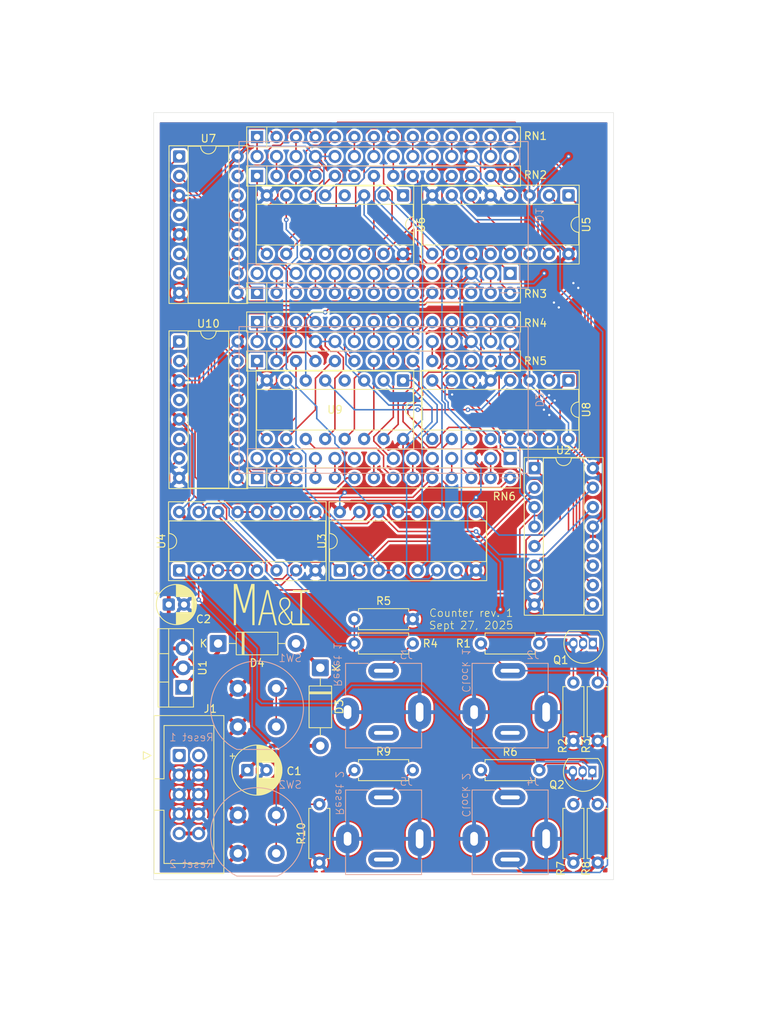
<source format=kicad_pcb>
(kicad_pcb (version 20241229) (generator "pcbnew") (generator_version "9.0")
  (layers (0 "F.Cu" signal) (2 "B.Cu" signal) (13 "F.Paste" user) (15 "B.Paste" user) (5 "F.SilkS" user "F.Silkscreen") (7 "B.SilkS" user "B.Silkscreen") (1 "F.Mask" user) (3 "B.Mask" user) (25 "Edge.Cuts" user))
  (net 0 "")
  (net 1 "GND")
  (net 2 "Net-(D3-A)")
  (net 3 "+5V")
  (net 4 "Net-(D1-3c)")
  (net 7 "Net-(D1-3d)")
  (net 9 "Net-(D2-2g)")
  (net 10 "Net-(D2-2e)")
  (net 11 "Net-(D2-2c)")
  (net 12 "Net-(D2-3f)")
  (net 13 "Net-(D2-3c)")
  (net 14 "Net-(D2-1a)")
  (net 15 "Net-(D2-3a)")
  (net 18 "Net-(D2-2b)")
  (net 19 "Net-(D2-3d)")
  (net 21 "Net-(D2-3b)")
  (net 22 "Net-(D2-1f)")
  (net 23 "Net-(D2-1g)")
  (net 24 "Net-(D2-2d)")
  (net 25 "Net-(D2-1c)")
  (net 26 "Net-(D2-3e)")
  (net 27 "Net-(D2-1d)")
  (net 28 "Net-(D2-3g)")
  (net 29 "Net-(D2-2f)")
  (net 30 "Net-(D2-1b)")
  (net 31 "Net-(D2-1e)")
  (net 32 "Net-(D2-2a)")
  (net 35 "Net-(J2-PadT)")
  (net 38 "Net-(J3-PadT)")
  (net 39 "Net-(J4-PadT)")
  (net 41 "Net-(J5-PadT)")
  (net 42 "CLK1")
  (net 43 "Net-(Q1-B)")
  (net 44 "CLK2")
  (net 45 "Net-(Q2-B)")
  (net 46 "RST1")
  (net 47 "RST2")
  (net 48 "Net-(RN3A-R1.1)")
  (net 49 "Net-(RN3B-R2.1)")
  (net 50 "Net-(RN4C-R3.1)")
  (net 51 "Net-(RN5F-R6.1)")
  (net 52 "Net-(RN5G-R7.1)")
  (net 53 "Net-(RN5C-R3.1)")
  (net 54 "Net-(RN5A-R1.1)")
  (net 55 "Net-(RN5D-R4.1)")
  (net 56 "Net-(RN5E-R5.1)")
  (net 57 "Net-(RN6B-R2.1)")
  (net 58 "Net-(RN6A-R1.1)")
  (net 59 "Net-(U5-Rbo)")
  (net 62 "Net-(U8-Rbo)")
  (net 65 "Net-(D1-1e)")
  (net 66 "Net-(D1-3f)")
  (net 67 "Net-(D1-1g)")
  (net 68 "Net-(D1-2d)")
  (net 69 "Net-(D1-3e)")
  (net 70 "Net-(D1-2b)")
  (net 71 "Net-(D1-3g)")
  (net 72 "Net-(D1-1f)")
  (net 73 "Net-(D1-2a)")
  (net 74 "Net-(D1-2e)")
  (net 75 "Net-(D1-1d)")
  (net 76 "Net-(D1-1b)")
  (net 77 "Net-(D1-1a)")
  (net 78 "Net-(D1-2f)")
  (net 79 "Net-(D1-3b)")
  (net 80 "Net-(D1-1c)")
  (net 81 "Net-(D1-2g)")
  (net 82 "Net-(D1-2c)")
  (net 83 "Net-(D1-3a)")
  (net 84 "Net-(RN1G-R7.2)")
  (net 85 "Net-(RN1B-R2.2)")
  (net 86 "Net-(RN1D-R4.2)")
  (net 87 "Net-(RN1A-R1.2)")
  (net 88 "Net-(RN1E-R5.2)")
  (net 89 "Net-(RN1C-R3.1)")
  (net 90 "Net-(RN1F-R6.2)")
  (net 91 "Net-(RN2D-R4.1)")
  (net 92 "Net-(RN2A-R1.1)")
  (net 93 "Net-(RN2F-R6.1)")
  (net 94 "Net-(RN2B-R2.2)")
  (net 95 "Net-(RN2G-R7.1)")
  (net 96 "Net-(RN2E-R5.1)")
  (net 97 "Net-(RN2C-R3.1)")
  (net 98 "Net-(RN3C-R3.2)")
  (net 99 "Net-(RN3E-R5.2)")
  (net 100 "Net-(RN3D-R4.2)")
  (net 101 "Net-(RN3F-R6.2)")
  (net 102 "Net-(RN3G-R7.2)")
  (net 103 "Net-(RN4F-R6.2)")
  (net 104 "Net-(RN4B-R2.2)")
  (net 105 "Net-(RN4G-R7.2)")
  (net 106 "Net-(RN4E-R5.2)")
  (net 107 "Net-(RN4A-R1.2)")
  (net 108 "Net-(RN4D-R4.2)")
  (net 109 "Net-(RN5B-R2.2)")
  (net 110 "Net-(RN6F-R6.2)")
  (net 111 "Net-(RN6D-R4.2)")
  (net 112 "Net-(RN6E-R5.2)")
  (net 113 "Net-(RN6C-R3.2)")
  (net 114 "Net-(RN6G-R7.2)")
  (net 115 "Net-(U4B-Q2)")
  (net 116 "Net-(U10-C)")
  (net 117 "Net-(U10-A)")
  (net 118 "Net-(U4B-Q0)")
  (net 119 "Net-(U10-B)")
  (net 120 "Net-(U4B-Q1)")
  (net 121 "Net-(U10-D)")
  (net 122 "Net-(U2B-Q1)")
  (net 123 "Net-(U2A-Q0)")
  (net 124 "Net-(U2B-Q2)")
  (net 125 "Net-(U2A-Q3)")
  (net 126 "Net-(U2A-Q1)")
  (net 127 "Net-(U2B-Q0)")
  (net 128 "Net-(U2B-~{CP0})")
  (net 129 "Net-(U2A-Q2)")
  (net 130 "Net-(U2B-Q3)")
  (net 131 "Net-(U2A-~{CP0})")
  (net 132 "Net-(U3B-Q1)")
  (net 133 "Net-(U3B-Q0)")
  (net 134 "Net-(U3A-Q1)")
  (net 135 "Net-(U3B-Q2)")
  (net 136 "Net-(U3B-~{CP0})")
  (net 137 "Net-(U3A-Q2)")
  (net 138 "Net-(U3A-Q0)")
  (net 139 "Net-(D3-K)")
  (net 140 "Net-(D4-K)")
  (footprint "Resistor_THT:R_Array_SIP14" (layer "F.Cu") (at 85.09 97.155)
    (property "Reference" "RN6")
    (property "Value" "R_Pack07_SIP_Split")
  )
  (footprint "Resistor_THT:R_Axial_DIN0207_L6.3mm_D2.5mm_P7.62mm_Horizontal" (layer "F.Cu") (at 126.365 139.7 -90)
    (property "Reference" "R7")
    (property "Value" "100k")
  )
  (footprint "MAI_Package_DIP:DIP-16_W7.62mm_Socket_WithChip" (layer "F.Cu") (at 74.93 79.375)
    (property "Reference" "U10")
    (property "Value" "74LS247")
  )
  (footprint "MAI_Package_DIP:DIP-16_W7.62mm_Socket_WithChip" (layer "F.Cu") (at 74.93 55.245)
    (property "Reference" "U7")
    (property "Value" "74LS247")
  )
  (footprint "MAI_Package_DIP:DIP-16_W7.62mm_Socket_WithChip" (layer "F.Cu") (at 125.73 84.455 -90)
    (property "Reference" "U8")
    (property "Value" "74LS247")
  )
  (footprint "Resistor_THT:R_Array_SIP14" (layer "F.Cu") (at 85.09 73.025)
    (property "Reference" "RN3")
    (property "Value" "R_Pack07_SIP_Split")
  )
  (footprint "MAI_Logo:MAI_Logo_10mm_Silkscreen" (layer "F.Cu") (at 86.995 113.665)
    (property "Reference" "REF**" (hide yes))
    (property "Value" "Untitled" (hide yes))
  )
  (footprint "Resistor_THT:R_Axial_DIN0207_L6.3mm_D2.5mm_P7.62mm_Horizontal" (layer "F.Cu") (at 114.3 118.745)
    (property "Reference" "R1")
    (property "Value" "1k")
  )
  (footprint "Resistor_THT:R_Axial_DIN0207_L6.3mm_D2.5mm_P7.62mm_Horizontal" (layer "F.Cu") (at 93.218 147.32 90)
    (property "Reference" "R10")
    (property "Value" "100k")
  )
  (footprint "Resistor_THT:R_Array_SIP14" (layer "F.Cu") (at 85.09 57.785)
    (property "Reference" "RN2")
    (property "Value" "R_Pack07_SIP_Split")
  )
  (footprint "Resistor_THT:R_Axial_DIN0207_L6.3mm_D2.5mm_P7.62mm_Horizontal" (layer "F.Cu") (at 129.54 131.445 90)
    (property "Reference" "R3")
    (property "Value" "1k")
  )
  (footprint "MAI_Package_DIP:DIP-16_W7.62mm_Socket_WithChip" (layer "F.Cu") (at 74.93 109.22 90)
    (property "Reference" "U4")
    (property "Value" "74LS390")
  )
  (footprint "MAI_Package_DIP:DIP-16_W7.62mm_Socket_WithChip" (layer "F.Cu") (at 104.14 84.455 -90)
    (property "Reference" "U9")
    (property "Value" "74LS247")
  )
  (footprint "MAI_Package_DIP:DIP-16_W7.62mm_Socket_WithChip" (layer "F.Cu") (at 121.285 95.885)
    (property "Reference" "U2")
    (property "Value" "74LS390")
  )
  (footprint "MAI_Package_DIP:DIP-16_W7.62mm_Socket_WithChip" (layer "F.Cu") (at 104.14 60.325 -90)
    (property "Reference" "U6")
    (property "Value" "74LS247")
  )
  (footprint "MAI_Package_DIP:DIP-16_W7.62mm_Socket_WithChip" (layer "F.Cu") (at 95.885 109.22 90)
    (property "Reference" "U3")
    (property "Value" "74LS390")
  )
  (footprint "Resistor_THT:R_Array_SIP14" (layer "F.Cu") (at 85.09 81.915)
    (property "Reference" "RN5")
    (property "Value" "R_Pack07_SIP_Split")
  )
  (footprint "Resistor_THT:R_Axial_DIN0207_L6.3mm_D2.5mm_P7.62mm_Horizontal" (layer "F.Cu") (at 114.3 135.255)
    (property "Reference" "R6")
    (property "Value" "1k")
  )
  (footprint "Package_TO_SOT_THT:TO-92L_Inline" (layer "F.Cu") (at 128.835 135.44 180)
    (property "Reference" "Q2")
    (property "Value" "2N3904")
  )
  (footprint "MAI_Package_DIP:DIP-16_W7.62mm_Socket_WithChip" (layer "F.Cu") (at 125.73 60.325 -90)
    (property "Reference" "U5")
    (property "Value" "74LS247")
  )
  (footprint "Resistor_THT:R_Axial_DIN0207_L6.3mm_D2.5mm_P7.62mm_Horizontal" (layer "F.Cu") (at 129.54 147.32 90)
    (property "Reference" "R8")
    (property "Value" "1k")
  )
  (footprint "Resistor_THT:R_Axial_DIN0207_L6.3mm_D2.5mm_P7.62mm_Horizontal" (layer "F.Cu") (at 105.41 118.745 180)
    (property "Reference" "R4")
    (property "Value" "10k")
  )
  (footprint "Connector_IDC:IDC-Header_2x05_P2.54mm_Vertical" (layer "F.Cu") (at 74.93 133.35)
    (property "Reference" "J1")
    (property "Value" "Eurorack Power")
  )
  (footprint "Capacitor_THT:CP_Radial_D5.0mm_P2.00mm" (layer "F.Cu") (at 73.565 113.665)
    (property "Reference" "C2")
    (property "Value" "10u")
  )
  (footprint "Resistor_THT:R_Axial_DIN0207_L6.3mm_D2.5mm_P7.62mm_Horizontal" (layer "F.Cu") (at 97.79 115.57)
    (property "Reference" "R5")
    (property "Value" "100k")
  )
  (footprint "Diode_THT:D_DO-41_SOD81_P10.16mm_Horizontal" (layer "F.Cu") (at 80.01 118.745)
    (property "Reference" "D4")
    (property "Value" "1N4001")
  )
  (footprint "Capacitor_THT:CP_Radial_D6.3mm_P2.50mm" (layer "F.Cu") (at 83.82 135.255)
    (property "Reference" "C1")
    (property "Value" "47u")
  )
  (footprint "Resistor_THT:R_Array_SIP14" (layer "F.Cu") (at 85.09 76.835)
    (property "Reference" "RN4")
    (property "Value" "R_Pack07_SIP_Split")
  )
  (footprint "Package_TO_SOT_THT:TO-220-3_Vertical" (layer "F.Cu") (at 75.438 124.46 90)
    (property "Reference" "U1")
    (property "Value" "LM7805_TO220")
  )
  (footprint "Resistor_THT:R_Axial_DIN0207_L6.3mm_D2.5mm_P7.62mm_Horizontal" (layer "F.Cu") (at 105.41 135.255 180)
    (property "Reference" "R9")
    (property "Value" "10k")
  )
  (footprint "Diode_THT:D_DO-41_SOD81_P10.16mm_Horizontal" (layer "F.Cu") (at 93.345 121.92 -90)
    (property "Reference" "D3")
    (property "Value" "1N4001")
  )
  (footprint "Package_TO_SOT_THT:TO-92L_Inline" (layer "F.Cu") (at 128.905 118.745 180)
    (property "Reference" "Q1")
    (property "Value" "2N3904")
  )
  (footprint "Resistor_THT:R_Array_SIP14" (layer "F.Cu") (at 85.09 52.705)
    (property "Reference" "RN1")
    (property "Value" "R_Pack07_SIP_Split")
  )
  (footprint "Resistor_THT:R_Axial_DIN0207_L6.3mm_D2.5mm_P7.62mm_Horizontal" (layer "F.Cu") (at 126.365 123.825 -90)
    (property "Reference" "R2")
    (property "Value" "100k")
  )
  (footprint "MAI_Connector_Audio:Jack_3.5mm_QingPu_WQP-PJ301BM_Vertical" (layer "B.Cu") (at 101.6 127.095 180)
    (property "Reference" "J3")
    (property "Value" "Reset In 1")
  )
  (footprint "MAI_Button_Switch_THT:SW_CK_D6R50_Green" (layer "B.Cu") (at 85.09 143.605 90)
    (property "Reference" "SW2")
    (property "Value" "Reset 2")
  )
  (footprint "MAI_Connector_Audio:Jack_3.5mm_QingPu_WQP-PJ301BM_Vertical" (layer "B.Cu") (at 101.6 143.605 180)
    (property "Reference" "J5")
    (property "Value" "Reset In 2")
  )
  (footprint "MAI_Connector_Audio:Jack_3.5mm_QingPu_WQP-PJ301BM_Vertical" (layer "B.Cu") (at 118.11 143.605 180)
    (property "Reference" "J4")
    (property "Value" "Clock In 2")
  )
  (footprint "MAI_Display_7Segment:BA56-11SURKWA_Red_2xSIP" (layer "B.Cu") (at 118.11 70.485 90)
    (property "Reference" "D1")
    (property "Value" "BA56-11SURKWA")
  )
  (footprint "MAI_Display_7Segment:BA56-11GWA_Green_2xSIP" (layer "B.Cu") (at 118.11 94.615 90)
    (property "Reference" "D2")
    (property "Value" "BA56-11GWA")
  )
  (footprint "MAI_Button_Switch_THT:SW_CK_D6R40_Red" (layer "B.Cu") (at 85.09 127.095 90)
    (property "Reference" "SW1")
    (property "Value" "Reset 1")
  )
  (footprint "MAI_Connector_Audio:Jack_3.5mm_QingPu_WQP-PJ301BM_Vertical" (layer "B.Cu") (at 118.11 127.095 180)
    (property "Reference" "J2")
    (property "Value" "Clock In 1")
  )
  (gr_rect (start 71.6 49.53) (end 131.6 149.53) (stroke (width 0.05)) (fill no) (layer "Edge.Cuts"))
  (gr_text "Counter rev. 1\nSept 27, 2025" (at 113.03 115.57 0) (layer "F.SilkS") (effects (font (size 1 1) (thickness 0.1))))
  (gr_text "Reset 2" (at 79.502 148.082 0) (layer "B.SilkS") (effects (font (size 1 1) (thickness 0.1)) (justify left bottom mirror)))
  (gr_text "Clock 1" (at 111.76 125.222 270) (layer "B.SilkS") (effects (font (size 1 1) (thickness 0.1)) (justify left bottom mirror)))
  (gr_text "Reset 1" (at 94.996 124.46 270) (layer "B.SilkS") (effects (font (size 1 1) (thickness 0.1)) (justify left bottom mirror)))
  (gr_text "Reset 2" (at 95.25 141.224 270) (layer "B.SilkS") (effects (font (size 1 1) (thickness 0.1)) (justify left bottom mirror)))
  (gr_text "Clock 2" (at 111.76 141.478 270) (layer "B.SilkS") (effects (font (size 1 1) (thickness 0.1)) (justify left bottom mirror)))
  (gr_text "Reset 1" (at 79.502 131.572 0) (layer "B.SilkS") (effects (font (size 1 1) (thickness 0.1)) (justify left bottom mirror)))
  (segment (start 77.47 138.43) (end 78.105 138.43) (width 0.2) (layer "F.Cu") (net 1))
  (segment (start 123.9266 87.0712) (end 123.2154 87.7824) (width 0.2) (layer "F.Cu") (net 1))
  (segment (start 122.52 87.0554) (end 122.52 88.265) (width 0.2) (layer "F.Cu") (net 1))
  (segment (start 124.46 74.93) (end 127 72.39) (width 0.2) (layer "F.Cu") (net 1))
  (segment (start 123.19 86.3854) (end 122.52 87.0554) (width 0.2) (layer "F.Cu") (net 1))
  (segment (start 109.7788 86.2838) (end 107.95 84.455) (width 0.2) (layer "F.Cu") (net 1))
  (segment (start 123.2154 87.7824) (end 123.2154 88.9508) (width 0.2) (layer "F.Cu") (net 1))
  (segment (start 110.5408 86.2838) (end 109.7788 86.2838) (width 0.2) (layer "F.Cu") (net 1))
  (segment (start 123.825 74.295) (end 126.365 71.755) (width 0.2) (layer "F.Cu") (net 1))
  (via (at 126.365 71.755) (size 0.6) (drill 0.3) (layers "F.Cu" "B.Cu") (net 1))
  (via (at 123.9266 87.0712) (size 0.6) (drill 0.3) (layers "F.Cu" "B.Cu") (net 1))
  (via (at 123.2154 88.9508) (size 0.6) (drill 0.3) (layers "F.Cu" "B.Cu") (net 1))
  (via (at 124.46 74.93) (size 0.6) (drill 0.3) (layers "F.Cu" "B.Cu") (net 1))
  (via (at 110.5408 86.2838) (size 0.6) (drill 0.3) (layers "F.Cu" "B.Cu") (net 1))
  (via (at 122.52 88.265) (size 0.6) (drill 0.3) (layers "F.Cu" "B.Cu") (net 1))
  (via (at 123.19 86.3854) (size 0.6) (drill 0.3) (layers "F.Cu" "B.Cu") (net 1))
  (via (at 123.825 74.295) (size 0.6) (drill 0.3) (layers "F.Cu" "B.Cu") (net 1))
  (via (at 127 72.39) (size 0.6) (drill 0.3) (layers "F.Cu" "B.Cu") (net 1))
  (segment (start 80.01 140.97) (end 80.01 139.065) (width 0.5) (layer "F.Cu") (net 2))
  (segment (start 80.01 139.065) (end 83.82 135.255) (width 0.5) (layer "F.Cu") (net 2))
  (segment (start 83.82 135.255) (end 86.995 132.08) (width 0.5) (layer "F.Cu") (net 2))
  (segment (start 86.995 132.08) (end 93.345 132.08) (width 0.5) (layer "F.Cu") (net 2))
  (segment (start 77.47 143.51) (end 80.01 140.97) (width 0.5) (layer "F.Cu") (net 2))
  (segment (start 74.93 143.51) (end 77.47 143.51) (width 0.5) (layer "F.Cu") (net 2))
  (segment (start 87.039432 78.0796) (end 91.4146 78.0796) (width 0.2) (layer "F.Cu") (net 3))
  (segment (start 82.55 79.375) (end 83.7946 80.6196) (width 0.2) (layer "F.Cu") (net 3))
  (segment (start 102.52205 99.06) (end 96.52 99.06) (width 0.2) (layer "F.Cu") (net 3))
  (segment (start 91.4146 78.0796) (end 92.71 79.375) (width 0.2) (layer "F.Cu") (net 3))
  (segment (start 111.76 69.215) (end 113.03 70.485) (width 0.2) (layer "F.Cu") (net 3))
  (segment (start 104.14 97.44205) (end 102.52205 99.06) (width 0.2) (layer "F.Cu") (net 3))
  (segment (start 122.555 70.485) (end 123.19 70.485) (width 0.2) (layer "F.Cu") (net 3))
  (segment (start 104.14 92.075) (end 104.14 97.44205) (width 0.2) (layer "F.Cu") (net 3))
  (segment (start 108.60045 71.7296) (end 109.22 71.11005) (width 0.2) (layer "F.Cu") (net 3))
  (segment (start 105.27137 67.945) (end 106.68 69.35363) (width 0.2) (layer "F.Cu") (net 3))
  (segment (start 123.19 70.485) (end 125.73 67.945) (width 0.2) (layer "F.Cu") (net 3))
  (segment (start 109.22 71.11005) (end 109.22 70.0024) (width 0.2) (layer "F.Cu") (net 3))
  (segment (start 83.7946 80.6196) (end 85.74045 80.6196) (width 0.2) (layer "F.Cu") (net 3))
  (segment (start 113.665 99.695) (end 113.264 100.096) (width 0.2) (layer "F.Cu") (net 3))
  (segment (start 106.68 71.0692) (end 107.3404 71.7296) (width 0.2) (layer "F.Cu") (net 3))
  (segment (start 86.36 78.759032) (end 87.039432 78.0796) (width 0.2) (layer "F.Cu") (net 3))
  (segment (start 106.68 69.35363) (end 106.68 71.0692) (width 0.2) (layer "F.Cu") (net 3))
  (segment (start 97.389 100.096) (end 95.885 101.6) (width 0.2) (layer "F.Cu") (net 3))
  (segment (start 113.264 100.096) (end 97.389 100.096) (width 0.2) (layer "F.Cu") (net 3))
  (segment (start 104.14 67.945) (end 105.27137 67.945) (width 0.2) (layer "F.Cu") (net 3))
  (segment (start 110.0074 69.215) (end 111.76 69.215) (width 0.2) (layer "F.Cu") (net 3))
  (segment (start 85.74045 80.6196) (end 86.36 80.00005) (width 0.2) (layer "F.Cu") (net 3))
  (segment (start 109.22 70.0024) (end 110.0074 69.215) (width 0.2) (layer "F.Cu") (net 3))
  (segment (start 107.3404 71.7296) (end 108.60045 71.7296) (width 0.2) (layer "F.Cu") (net 3))
  (segment (start 86.36 80.00005) (end 86.36 78.759032) (width 0.2) (layer "F.Cu") (net 3))
  (via (at 113.665 99.695) (size 0.6) (drill 0.3) (layers "F.Cu" "B.Cu") (net 3))
  (via (at 125.73 55.245) (size 0.6) (drill 0.3) (layers "F.Cu" "B.Cu") (net 3))
  (via (at 122.555 70.485) (size 0.6) (drill 0.3) (layers "F.Cu" "B.Cu") (net 3))
  (via (at 96.52 99.06) (size 0.6) (drill 0.3) (layers "F.Cu" "B.Cu") (net 3))
  (via (at 116.84 114.3) (size 0.6) (drill 0.3) (layers "F.Cu" "B.Cu") (net 3))
  (segment (start 120.65 62.865) (end 125.73 67.945) (width 0.2) (layer "B.Cu") (net 3))
  (segment (start 83.8454 53.9496) (end 91.4146 53.9496) (width 0.2) (layer "B.Cu") (net 3))
  (segment (start 76.835 99.695) (end 74.93 101.6) (width 0.2) (layer "B.Cu") (net 3))
  (segment (start 112.564 100.796) (end 113.665 99.695) (width 0.2) (layer "B.Cu") (net 3))
  (segment (start 77.47 84.455) (end 82.55 79.375) (width 0.2) (layer "B.Cu") (net 3))
  (segment (start 92.71 55.245) (end 93.811 56.346) (width 0.2) (layer "B.Cu") (net 3))
  (segment (start 95.885 99.695) (end 95.885 101.6) (width 0.2) (layer "B.Cu") (net 3))
  (segment (start 92.879 60.78105) (end 93.52395 61.426) (width 0.2) (layer "B.Cu") (net 3))
  (segment (start 74.93 84.455) (end 77.47 84.455) (width 0.2) (layer "B.Cu") (net 3))
  (segment (start 99.06 84.455) (end 102.269 87.664) (width 0.2) (layer "B.Cu") (net 3))
  (segment (start 82.55 55.245) (end 83.8454 53.9496) (width 0.2) (layer "B.Cu") (net 3))
  (segment (start 122.555 70.485) (end 121.2088 71.8312) (width 0.2) (layer "B.Cu") (net 3))
  (segment (start 93.52395 61.426) (end 97.959 61.426) (width 0.2) (layer "B.Cu") (net 3))
  (segment (start 120.65 60.325) (end 125.73 55.245) (width 0.2) (layer "B.Cu") (net 3))
  (segment (start 114.3 99.06) (end 113.665 99.695) (width 0.2) (layer "B.Cu") (net 3))
  (segment (start 114.469 56.684) (end 118.56605 56.684) (width 0.2) (layer "B.Cu") (net 3))
  (segment (start 74.93 60.325) (end 77.47 60.325) (width 0.2) (layer "B.Cu") (net 3))
  (segment (start 112.564 103.888943) (end 112.564 100.796) (width 0.2) (layer "B.Cu") (net 3))
  (segment (start 97.959 61.426) (end 99.06 60.325) (width 0.2) (layer "B.Cu") (net 3))
  (segment (start 91.4146 53.9496) (end 92.71 55.245) (width 0.2) (layer "B.Cu") (net 3))
  (segment (start 120.65 60.325) (end 120.65 62.865) (width 0.2) (layer "B.Cu") (net 3))
  (segment (start 121.2088 71.8312) (end 114.3762 71.8312) (width 0.2) (layer "B.Cu") (net 3))
  (segment (start 93.811 56.346) (end 93.811 58.93695) (width 0.2) (layer "B.Cu") (net 3))
  (segment (start 106.293943 87.664) (end 106.646 88.016057) (width 0.2) (layer "B.Cu") (net 3))
  (segment (start 76.835 91.44) (end 76.835 99.695) (width 0.2) (layer "B.Cu") (net 3))
  (segment (start 74.93 89.535) (end 76.835 91.44) (width 0.2) (layer "B.Cu") (net 3))
  (segment (start 125.73 92.075) (end 125.73 92.71) (width 0.2) (layer "B.Cu") (net 3))
  (segment (start 96.689 80.814) (end 96.689 82.37105) (width 0.2) (layer "B.Cu") (net 3))
  (segment (start 96.52 99.06) (end 95.885 99.695) (width 0.2) (layer "B.Cu") (net 3))
  (segment (start 92.879 59.86895) (end 92.879 60.78105) (width 0.2) (layer "B.Cu") (net 3))
  (segment (start 116.84 108.164943) (end 112.564 103.888943) (width 0.2) (layer "B.Cu") (net 3))
  (segment (start 99.06 60.325) (end 99.06 62.865) (width 0.2) (layer "B.Cu") (net 3))
  (segment (start 95.25 79.375) (end 96.689 80.814) (width 0.2) (layer "B.Cu") (net 3))
  (segment (start 111.591 77.936) (end 113.03 79.375) (width 0.2) (layer "B.Cu") (net 3))
  (segment (start 99.06 62.865) (end 104.14 67.945) (width 0.2) (layer "B.Cu") (net 3))
  (segment (start 113.03 94.615) (end 114.3 95.885) (width 0.2) (layer "B.Cu") (net 3))
  (segment (start 92.71 79.375) (end 95.25 79.375) (width 0.2) (layer "B.Cu") (net 3))
  (segment (start 125.73 89.9922) (end 125.73 92.075) (width 0.2) (layer "B.Cu") (net 3))
  (segment (start 102.269 87.664) (end 106.293943 87.664) (width 0.2) (layer "B.Cu") (net 3))
  (segment (start 92.71 55.245) (end 95.25 55.245) (width 0.2) (layer "B.Cu") (net 3))
  (segment (start 111.591 71.924) (end 111.591 77.936) (width 0.2) (layer "B.Cu") (net 3))
  (segment (start 114.3 95.885) (end 114.3 99.06) (width 0.2) (layer "B.Cu") (net 3))
  (segment (start 106.646 88.016057) (end 106.646 89.569) (width 0.2) (layer "B.Cu") (net 3))
  (segment (start 116.84 114.3) (end 116.84 108.164943) (width 0.2) (layer "B.Cu") (net 3))
  (segment (start 113.03 55.245) (end 114.469 56.684) (width 0.2) (layer "B.Cu") (net 3))
  (segment (start 120.65 82.89795) (end 120.65 84.455) (width 0.2) (layer "B.Cu") (net 3))
  (segment (start 113.03 79.375) (end 114.469 80.814) (width 0.2) (layer "B.Cu") (net 3))
  (segment (start 118.56605 56.684) (end 120.65 58.76795) (width 0.2) (layer "B.Cu") (net 3))
  (segment (start 93.811 58.93695) (end 92.879 59.86895) (width 0.2) (layer "B.Cu") (net 3))
  (segment (start 125.73 92.71) (end 128.905 95.885) (width 0.2) (layer "B.Cu") (net 3))
  (segment (start 120.65 58.76795) (end 120.65 60.325) (width 0.2) (layer "B.Cu") (net 3))
  (segment (start 106.646 89.569) (end 104.14 92.075) (width 0.2) (layer "B.Cu") (net 3))
  (segment (start 120.65 84.455) (end 120.65 84.9122) (width 0.2) (layer "B.Cu") (net 3))
  (segment (start 113.03 70.485) (end 111.591 71.924) (width 0.2) (layer "B.Cu") (net 3))
  (segment (start 114.469 80.814) (end 118.56605 80.814) (width 0.2) (layer "B.Cu") (net 3))
  (segment (start 114.3762 71.8312) (end 113.03 70.485) (width 0.2) (layer "B.Cu") (net 3))
  (segment (start 118.56605 80.814) (end 120.65 82.89795) (width 0.2) (layer "B.Cu") (net 3))
  (segment (start 77.47 60.325) (end 82.55 55.245) (width 0.2) (layer "B.Cu") (net 3))
  (segment (start 96.689 82.37105) (end 98.77295 84.455) (width 0.2) (layer "B.Cu") (net 3))
  (segment (start 120.65 84.9122) (end 125.73 89.9922) (width 0.2) (layer "B.Cu") (net 3))
  (segment (start 98.77295 84.455) (end 99.06 84.455) (width 0.2) (layer "B.Cu") (net 3))
  (segment (start 87.63 70.485) (end 87.63 73.025) (width 0.2) (layer "F.Cu") (net 4))
  (segment (start 92.71 70.485) (end 92.71 73.025) (width 0.2) (layer "F.Cu") (net 7))
  (segment (start 102.87 79.375) (end 102.87 81.915) (width 0.2) (layer "F.Cu") (net 9))
  (segment (start 105.41 94.615) (end 105.41 97.155) (width 0.2) (layer "F.Cu") (net 10))
  (segment (start 100.33 94.615) (end 100.33 97.155) (width 0.2) (layer "F.Cu") (net 11))
  (segment (start 90.17 76.835) (end 90.17 79.375) (width 0.2) (layer "B.Cu") (net 12))
  (segment (start 87.63 94.615) (end 87.63 97.155) (width 0.2) (layer "F.Cu") (net 13))
  (segment (start 110.49 79.375) (end 110.49 76.835) (width 0.2) (layer "F.Cu") (net 14))
  (segment (start 87.63 79.375) (end 87.63 81.915) (width 0.2) (layer "F.Cu") (net 15))
  (segment (start 97.79 79.375) (end 97.79 76.835) (width 0.2) (layer "F.Cu") (net 18))
  (segment (start 92.71 94.615) (end 92.71 97.155) (width 0.2) (layer "F.Cu") (net 19))
  (segment (start 85.09 76.835) (end 85.09 79.375) (width 0.2) (layer "F.Cu") (net 21))
  (segment (start 115.57 76.835) (end 115.57 79.375) (width 0.2) (layer "F.Cu") (net 22))
  (segment (start 118.11 79.375) (end 118.11 81.915) (width 0.2) (layer "F.Cu") (net 23))
  (segment (start 96.52 80.645) (end 96.52 76.54795) (width 0.2) (layer "F.Cu") (net 24))
  (segment (start 102.87 83.47205) (end 102.87 89.24795) (width 0.2) (layer "F.Cu") (net 24))
  (segment (start 103.971 76.37895) (end 103.971 77.62905) (width 0.2) (layer "F.Cu") (net 24))
  (segment (start 103.57125 78.0288) (end 102.3112 78.0288) (width 0.2) (layer "F.Cu") (net 24))
  (segment (start 96.52 76.54795) (end 97.73495 75.333) (width 0.2) (layer "F.Cu") (net 24))
  (segment (start 100.33 92.36205) (end 102.58295 94.615) (width 0.2) (layer "F.Cu") (net 24))
  (segment (start 102.92505 75.333) (end 103.971 76.37895) (width 0.2) (layer "F.Cu") (net 24))
  (segment (start 101.6 82.20205) (end 102.87 83.47205) (width 0.2) (layer "F.Cu") (net 24))
  (segment (start 97.79 81.915) (end 96.52 80.645) (width 0.2) (layer "F.Cu") (net 24))
  (segment (start 102.3112 78.0288) (end 101.6 78.74) (width 0.2) (layer "F.Cu") (net 24))
  (segment (start 102.58295 94.615) (end 102.87 94.615) (width 0.2) (layer "F.Cu") (net 24))
  (segment (start 103.971 77.62905) (end 103.57125 78.0288) (width 0.2) (layer "F.Cu") (net 24))
  (segment (start 101.6 78.74) (end 101.6 82.20205) (width 0.2) (layer "F.Cu") (net 24))
  (segment (start 97.73495 75.333) (end 102.92505 75.333) (width 0.2) (layer "F.Cu") (net 24))
  (segment (start 100.33 91.78795) (end 100.33 92.36205) (width 0.2) (layer "F.Cu") (net 24))
  (segment (start 102.87 89.24795) (end 100.33 91.78795) (width 0.2) (layer "F.Cu") (net 24))
  (segment (start 110.49 94.615) (end 110.49 97.155) (width 0.2) (layer "F.Cu") (net 25))
  (segment (start 95.25 94.615) (end 95.25 97.155) (width 0.2) (layer "F.Cu") (net 26))
  (segment (start 115.57 97.155) (end 115.57 94.615) (width 0.2) (layer "F.Cu") (net 27))
  (segment (start 89.88295 94.615) (end 87.63 92.36205) (width 0.2) (layer "F.Cu") (net 28))
  (segment (start 90.17 94.615) (end 89.88295 94.615) (width 0.2) (layer "F.Cu") (net 28))
  (segment (start 90.17 89.24795) (end 90.17 81.915) (width 0.2) (layer "F.Cu") (net 28))
  (segment (start 87.63 91.78795) (end 90.17 89.24795) (width 0.2) (layer "F.Cu") (net 28))
  (segment (start 87.63 92.36205) (end 87.63 91.78795) (width 0.2) (layer "F.Cu") (net 28))
  (segment (start 105.41 79.375) (end 105.41 76.835) (width 0.2) (layer "F.Cu") (net 29))
  (segment (start 107.95 79.375) (end 107.95 81.915) (width 0.2) (layer "F.Cu") (net 30))
  (segment (start 116.84 91.78795) (end 116.84 93.345) (width 0.2) (layer "F.Cu") (net 31))
  (segment (start 111.76 83.185) (end 110.20295 83.185) (width 0.2) (layer "F.Cu") (net 31))
  (segment (start 110.20295 83.185) (end 109.22 84.16795) (width 0.2) (layer "F.Cu") (net 31))
  (segment (start 109.22 84.624) (end 109.389 84.793) (width 0.2) (layer "F.Cu") (net 31))
  (segment (start 116.84 93.345) (end 118.11 94.615) (width 0.2) (layer "F.Cu") (net 31))
  (segment (start 116.02605 90.974) (end 116.84 91.78795) (width 0.2) (layer "F.Cu") (net 31))
  (segment (start 109.389 84.91105) (end 110.03395 85.556) (width 0.2) (layer "F.Cu") (net 31))
  (segment (start 113.03 81.915) (end 111.76 83.185) (width 0.2) (layer "F.Cu") (net 31))
  (segment (start 116.02605 90.80385) (end 116.02605 90.974) (width 0.2) (layer "F.Cu") (net 31))
  (segment (start 110.7782 85.556) (end 116.02605 90.80385) (width 0.2) (layer "F.Cu") (net 31))
  (segment (start 109.22 84.16795) (end 109.22 84.624) (width 0.2) (layer "F.Cu") (net 31))
  (segment (start 109.389 84.793) (end 109.389 84.91105) (width 0.2) (layer "F.Cu") (net 31))
  (segment (start 110.03395 85.556) (end 110.7782 85.556) (width 0.2) (layer "F.Cu") (net 31))
  (segment (start 100.33 79.375) (end 100.33 76.835) (width 0.2) (layer "F.Cu") (net 32))
  (segment (start 114.3 118.745) (end 117.85 122.295) (width 0.2) (layer "F.Cu") (net 35))
  (segment (start 117.85 122.295) (end 118.11 122.295) (width 0.2) (layer "F.Cu") (net 35))
  (segment (start 129.82705 148.59) (end 130.81 147.60705) (width 0.2) (layer "B.Cu") (net 35))
  (segment (start 130.81 123.19) (end 129.915 122.295) (width 0.2) (layer "B.Cu") (net 35))
  (segment (start 130.81 147.60705) (end 130.81 123.19) (width 0.2) (layer "B.Cu") (net 35))
  (segment (start 119.795 148.59) (end 129.82705 148.59) (width 0.2) (layer "B.Cu") (net 35))
  (segment (start 129.915 122.295) (end 118.11 122.295) (width 0.2) (layer "B.Cu") (net 35))
  (segment (start 118.11 146.905) (end 119.795 148.59) (width 0.2) (layer "B.Cu") (net 35))
  (segment (start 101.6 122.295) (end 101.86 122.295) (width 0.2) (layer "F.Cu") (net 38))
  (segment (start 101.86 122.295) (end 105.41 118.745) (width 0.2) (layer "F.Cu") (net 38))
  (segment (start 114.3 135.255) (end 117.85 138.805) (width 0.2) (layer "F.Cu") (net 39))
  (segment (start 117.85 138.805) (end 118.11 138.805) (width 0.2) (layer "F.Cu") (net 39))
  (segment (start 101.86 138.805) (end 105.41 135.255) (width 0.2) (layer "F.Cu") (net 41))
  (segment (start 101.6 138.805) (end 101.86 138.805) (width 0.2) (layer "F.Cu") (net 41))
  (segment (start 129.54 119.38) (end 128.905 118.745) (width 0.2) (layer "F.Cu") (net 42))
  (segment (start 129.54 123.825) (end 129.54 119.38) (width 0.2) (layer "F.Cu") (net 42))
  (segment (start 128.029 117.644) (end 128.905 118.52) (width 0.2) (layer "B.Cu") (net 42))
  (segment (start 81.449 102.05605) (end 87.51195 108.119) (width 0.2) (layer "B.Cu") (net 42))
  (segment (start 78.571 100.499) (end 80.80405 100.499) (width 0.2) (layer "B.Cu") (net 42))
  (segment (start 89.069 109.67605) (end 97.03695 117.644) (width 0.2) (layer "B.Cu") (net 42))
  (segment (start 81.449 101.14395) (end 81.449 102.05605) (width 0.2) (layer "B.Cu") (net 42))
  (segment (start 87.51195 108.119) (end 88.42405 108.119) (width 0.2) (layer "B.Cu") (net 42))
  (segment (start 80.80405 100.499) (end 81.449 101.14395) (width 0.2) (layer "B.Cu") (net 42))
  (segment (start 77.47 101.6) (end 78.571 100.499) (width 0.2) (layer "B.Cu") (net 42))
  (segment (start 128.905 118.52) (end 128.905 118.745) (width 0.2) (layer "B.Cu") (net 42))
  (segment (start 97.03695 117.644) (end 128.029 117.644) (width 0.2) (layer "B.Cu") (net 42))
  (segment (start 89.069 108.76395) (end 89.069 109.67605) (width 0.2) (layer "B.Cu") (net 42))
  (segment (start 88.42405 108.119) (end 89.069 108.76395) (width 0.2) (layer "B.Cu") (net 42))
  (segment (start 121.92 118.745) (end 122.971 117.694) (width 0.2) (layer "F.Cu") (net 43))
  (segment (start 122.971 117.694) (end 127.084 117.694) (width 0.2) (layer "F.Cu") (net 43))
  (segment (start 127.084 117.694) (end 127.635 118.245) (width 0.2) (layer "F.Cu") (net 43))
  (segment (start 126.365 120.65) (end 126.365 123.825) (width 0.2) (layer "F.Cu") (net 43))
  (segment (start 127.635 118.745) (end 127.635 119.38) (width 0.2) (layer "F.Cu") (net 43))
  (segment (start 127.635 118.245) (end 127.635 118.745) (width 0.2) (layer "F.Cu") (net 43))
  (segment (start 127.635 119.38) (end 126.365 120.65) (width 0.2) (layer "F.Cu") (net 43))
  (segment (start 128.835 135.44) (end 128.835 138.995) (width 0.2) (layer "F.Cu") (net 44))
  (segment (start 128.835 138.995) (end 129.54 139.7) (width 0.2) (layer "F.Cu") (net 44))
  (segment (start 127.67214 134.154) (end 116.628 134.154) (width 0.2) (layer "B.Cu") (net 44))
  (segment (start 85.09 125.95205) (end 85.09 119.38) (width 0.2) (layer "B.Cu") (net 44))
  (segment (start 128.835 135.44) (end 128.835 135.31686) (width 0.2) (layer "B.Cu") (net 44))
  (segment (start 85.686951 126.549001) (end 85.09 125.95205) (width 0.2) (layer "B.Cu") (net 44))
  (segment (start 95.099 126.549001) (end 85.686951 126.549001) (width 0.2) (layer "B.Cu") (net 44))
  (segment (start 97.442001 124.206) (end 95.099 126.549001) (width 0.2) (layer "B.Cu") (net 44))
  (segment (start 128.835 135.31686) (end 127.67214 134.154) (width 0.2) (layer "B.Cu") (net 44))
  (segment (start 116.628 134.154) (end 106.68 124.206) (width 0.2) (layer "B.Cu") (net 44))
  (segment (start 85.09 119.38) (end 74.93 109.22) (width 0.2) (layer "B.Cu") (net 44))
  (segment (start 106.68 124.206) (end 97.442001 124.206) (width 0.2) (layer "B.Cu") (net 44))
  (segment (start 122.786 134.389) (end 127.014 134.389) (width 0.2) (layer "F.Cu") (net 45))
  (segment (start 127.565 135.44) (end 127.565 138.5) (width 0.2) (layer "F.Cu") (net 45))
  (segment (start 127.014 134.389) (end 127.565 134.94) (width 0.2) (layer "F.Cu") (net 45))
  (segment (start 127.565 138.5) (end 126.365 139.7) (width 0.2) (layer "F.Cu") (net 45))
  (segment (start 121.92 135.255) (end 122.786 134.389) (width 0.2) (layer "F.Cu") (net 45))
  (segment (start 127.565 134.94) (end 127.565 135.44) (width 0.2) (layer "F.Cu") (net 45))
  (segment (start 113.665 104.14) (end 103.505 104.14) (width 0.2) (layer "F.Cu") (net 46))
  (segment (start 93.15616 124.595) (end 97.79 119.96116) (width 0.2) (layer "F.Cu") (net 46))
  (segment (start 80.01 102.1671) (end 86.36 108.5171) (width 0.2) (layer "F.Cu") (net 46))
  (segment (start 97.79 115.57) (end 97.79 118.745) (width 0.2) (layer "F.Cu") (net 46))
  (segment (start 87.17395 110.321) (end 88.434 110.321) (width 0.2) (layer "F.Cu") (net 46))
  (segment (start 80.01 101.6) (end 80.01 102.1671) (width 0.2) (layer "F.Cu") (net 46))
  (segment (start 89.069 108.76395) (end 94.73095 103.102) (width 0.2) (layer "F.Cu") (net 46))
  (segment (start 97.79 119.96116) (end 97.79 118.745) (width 0.2) (layer "F.Cu") (net 46))
  (segment (start 94.73095 103.102) (end 99.463 103.102) (width 0.2) (layer "F.Cu") (net 46))
  (segment (start 99.463 103.102) (end 100.965 101.6) (width 0.2) (layer "F.Cu") (net 46))
  (segment (start 89.069 109.686) (end 89.069 108.76395) (width 0.2) (layer "F.Cu") (net 46))
  (segment (start 87.59 124.595) (end 93.15616 124.595) (width 0.2) (layer "F.Cu") (net 46))
  (segment (start 86.36 109.50705) (end 87.17395 110.321) (width 0.2) (layer "F.Cu") (net 46))
  (segment (start 86.36 108.5171) (end 86.36 109.50705) (width 0.2) (layer "F.Cu") (net 46))
  (segment (start 103.505 104.14) (end 100.965 101.6) (width 0.2) (layer "F.Cu") (net 46))
  (segment (start 87.59 124.595) (end 87.59 129.595) (width 0.2) (layer "F.Cu") (net 46))
  (segment (start 88.434 110.321) (end 89.069 109.686) (width 0.2) (layer "F.Cu") (net 46))
  (via (at 113.665 104.14) (size 0.6) (drill 0.3) (layers "F.Cu" "B.Cu") (net 46))
  (segment (start 86.191 107.781) (end 80.01 101.6) (width 0.2) (layer "B.Cu") (net 46))
  (segment (start 97.79 118.745) (end 95.59795 118.745) (width 0.2) (layer "B.Cu") (net 46))
  (segment (start 128.905 100.965) (end 122.724 107.146) (width 0.2) (layer "B.Cu") (net 46))
  (segment (start 122.724 107.146) (end 116.671 107.146) (width 0.2) (layer "B.Cu") (net 46))
  (segment (start 95.59795 118.745) (end 86.191 109.33805) (width 0.2) (layer "B.Cu") (net 46))
  (segment (start 86.191 109.33805) (end 86.191 107.781) (width 0.2) (layer "B.Cu") (net 46))
  (segment (start 116.671 107.146) (end 113.665 104.14) (width 0.2) (layer "B.Cu") (net 46))
  (segment (start 97.79 135.255) (end 93.345 139.7) (width 0.2) (layer "F.Cu") (net 47))
  (segment (start 77.47 113.03) (end 77.47 109.22) (width 0.2) (layer "F.Cu") (net 47))
  (segment (start 114.3 105.41) (end 102.235 105.41) (width 0.2) (layer "F.Cu") (net 47))
  (segment (start 87.59 146.105) (end 87.59 141.105) (width 0.2) (layer "F.Cu") (net 47))
  (segment (start 102.235 105.41) (end 98.425 109.22) (width 0.2) (layer "F.Cu") (net 47))
  (segment (start 95.885 111.76) (end 98.425 109.22) (width 0.2) (layer "F.Cu") (net 47))
  (segment (start 77.47 109.22) (end 80.01 111.76) (width 0.2) (layer "F.Cu") (net 47))
  (segment (start 93.218 139.7) (end 88.995 139.7) (width 0.2) (layer "F.Cu") (net 47))
  (segment (start 88.995 139.7) (end 87.59 141.105) (width 0.2) (layer "F.Cu") (net 47))
  (segment (start 80.01 111.76) (end 95.885 111.76) (width 0.2) (layer "F.Cu") (net 47))
  (segment (start 121.285 98.425) (end 114.3 105.41) (width 0.2) (layer "F.Cu") (net 47))
  (segment (start 93.345 139.7) (end 93.218 139.7) (width 0.2) (layer "F.Cu") (net 47))
  (via (at 77.47 113.03) (size 0.6) (drill 0.3) (layers "F.Cu" "B.Cu") (net 47))
  (segment (start 87.59 141.105) (end 87.59 132.675) (width 0.2) (layer "B.Cu") (net 47))
  (segment (start 84.455 120.015) (end 77.47 113.03) (width 0.2) (layer "B.Cu") (net 47))
  (segment (start 84.455 129.54) (end 84.455 120.015) (width 0.2) (layer "B.Cu") (net 47))
  (segment (start 87.59 132.675) (end 84.455 129.54) (width 0.2) (layer "B.Cu") (net 47))
  (segment (start 82.2325 71.924) (end 83.989 71.924) (width 0.2) (layer "F.Cu") (net 48))
  (segment (start 81.449 69.046) (end 81.449 71.1405) (width 0.2) (layer "F.Cu") (net 48))
  (segment (start 83.989 71.924) (end 85.09 73.025) (width 0.2) (layer "F.Cu") (net 48))
  (segment (start 81.449 71.1405) (end 82.2325 71.924) (width 0.2) (layer "F.Cu") (net 48))
  (segment (start 82.55 67.945) (end 81.449 69.046) (width 0.2) (layer "F.Cu") (net 48))
  (segment (start 89.019 71.874) (end 90.17 73.025) (width 0.2) (layer "F.Cu") (net 49))
  (segment (start 83.701 69.334) (end 88.16485 69.334) (width 0.2) (layer "F.Cu") (net 49))
  (segment (start 88.16485 69.334) (end 89.019 70.18815) (width 0.2) (layer "F.Cu") (net 49))
  (segment (start 89.019 70.18815) (end 89.019 71.874) (width 0.2) (layer "F.Cu") (net 49))
  (segment (start 82.55 70.485) (end 83.701 69.334) (width 0.2) (layer "F.Cu") (net 49))
  (segment (start 93.98 79.9592) (end 94.6658 80.645) (width 0.2) (layer "F.Cu") (net 50))
  (segment (start 95.25 76.835) (end 93.98 78.105) (width 0.2) (layer "F.Cu") (net 50))
  (segment (start 93.98 78.105) (end 93.98 79.9592) (width 0.2) (layer "F.Cu") (net 50))
  (segment (start 96.351 83.06695) (end 95.25 84.16795) (width 0.2) (layer "F.Cu") (net 50))
  (segment (start 96.351 81.45895) (end 96.351 83.06695) (width 0.2) (layer "F.Cu") (net 50))
  (segment (start 95.53705 80.645) (end 96.351 81.45895) (width 0.2) (layer "F.Cu") (net 50))
  (segment (start 94.6658 80.645) (end 95.53705 80.645) (width 0.2) (layer "F.Cu") (net 50))
  (segment (start 95.25 90.805) (end 93.98 92.075) (width 0.2) (layer "F.Cu") (net 50))
  (segment (start 95.25 84.16795) (end 95.25 90.805) (width 0.2) (layer "F.Cu") (net 50))
  (segment (start 109.051 83.354) (end 107.49395 83.354) (width 0.2) (layer "F.Cu") (net 51))
  (segment (start 106.68 86.36) (end 104.775 88.265) (width 0.2) (layer "F.Cu") (net 51))
  (segment (start 110.49 81.915) (end 109.051 83.354) (width 0.2) (layer "F.Cu") (net 51))
  (segment (start 104.775 88.265) (end 104.775 88.9) (width 0.2) (layer "F.Cu") (net 51))
  (segment (start 107.49395 83.354) (end 106.68 84.16795) (width 0.2) (layer "F.Cu") (net 51))
  (segment (start 106.68 84.16795) (end 106.68 86.36) (width 0.2) (layer "F.Cu") (net 51))
  (segment (start 104.775 88.9) (end 107.95 92.075) (width 0.2) (layer "F.Cu") (net 51))
  (segment (start 116.671 88.096) (end 120.65 92.075) (width 0.2) (layer "F.Cu") (net 52))
  (segment (start 115.57 81.915) (end 116.671 83.016) (width 0.2) (layer "F.Cu") (net 52))
  (segment (start 116.671 83.016) (end 116.671 88.096) (width 0.2) (layer "F.Cu") (net 52))
  (segment (start 92.71 84.16795) (end 92.71 88.265) (width 0.2) (layer "F.Cu") (net 53))
  (segment (start 95.25 81.915) (end 94.96295 81.915) (width 0.2) (layer "F.Cu") (net 53))
  (segment (start 92.71 88.265) (end 88.9 92.075) (width 0.2) (layer "F.Cu") (net 53))
  (segment (start 94.96295 81.915) (end 92.71 84.16795) (width 0.2) (layer "F.Cu") (net 53))
  (segment (start 85.09 84.455) (end 85.09 81.915) (width 0.2) (layer "F.Cu") (net 54))
  (segment (start 82.55 86.995) (end 85.09 84.455) (width 0.2) (layer "F.Cu") (net 54))
  (segment (start 100.33 90.805) (end 100.33 81.915) (width 0.2) (layer "F.Cu") (net 55))
  (segment (start 99.06 92.075) (end 100.33 90.805) (width 0.2) (layer "F.Cu") (net 55))
  (segment (start 109.051 91.61895) (end 110.09695 90.573) (width 0.2) (layer "F.Cu") (net 56))
  (segment (start 106.209999 82.714999) (end 106.209999 85.560001) (width 0.2) (layer "F.Cu") (net 56))
  (segment (start 110.09695 90.573) (end 114.068 90.573) (width 0.2) (layer "F.Cu") (net 56))
  (segment (start 114.068 90.573) (end 115.57 92.075) (width 0.2) (layer "F.Cu") (net 56))
  (segment (start 109.051 92.53105) (end 109.051 91.61895) (width 0.2) (layer "F.Cu") (net 56))
  (segment (start 104.14 87.63) (end 104.14 89.82205) (width 0.2) (layer "F.Cu") (net 56))
  (segment (start 106.209999 85.560001) (end 104.14 87.63) (width 0.2) (layer "F.Cu") (net 56))
  (segment (start 108.40605 93.176) (end 109.051 92.53105) (width 0.2) (layer "F.Cu") (net 56))
  (segment (start 104.14 89.82205) (end 107.49395 93.176) (width 0.2) (layer "F.Cu") (net 56))
  (segment (start 105.41 81.915) (end 106.209999 82.714999) (width 0.2) (layer "F.Cu") (net 56))
  (segment (start 107.49395 93.176) (end 108.40605 93.176) (width 0.2) (layer "F.Cu") (net 56))
  (segment (start 86.36 97.44205) (end 87.17395 98.256) (width 0.2) (layer "F.Cu") (net 57))
  (segment (start 83.1171 94.615) (end 84.5561 96.054) (width 0.2) (layer "F.Cu") (net 57))
  (segment (start 86.36 96.223) (end 86.36 97.44205) (width 0.2) (layer "F.Cu") (net 57))
  (segment (start 87.17395 98.256) (end 89.069 98.256) (width 0.2) (layer "F.Cu") (net 57))
  (segment (start 86.191 96.054) (end 86.36 96.223) (width 0.2) (layer "F.Cu") (net 57))
  (segment (start 84.5561 96.054) (end 86.191 96.054) (width 0.2) (layer "F.Cu") (net 57))
  (segment (start 82.55 94.615) (end 83.1171 94.615) (width 0.2) (layer "F.Cu") (net 57))
  (segment (start 89.069 98.256) (end 90.17 97.155) (width 0.2) (layer "F.Cu") (net 57))
  (segment (start 83.989 96.054) (end 85.09 97.155) (width 0.2) (layer "F.Cu") (net 58))
  (segment (start 82.43195 96.054) (end 83.989 96.054) (width 0.2) (layer "F.Cu") (net 58))
  (segment (start 81.449 93.176) (end 81.449 95.07105) (width 0.2) (layer "F.Cu") (net 58))
  (segment (start 82.55 92.075) (end 81.449 93.176) (width 0.2) (layer "F.Cu") (net 58))
  (segment (start 81.449 95.07105) (end 82.43195 96.054) (width 0.2) (layer "F.Cu") (net 58))
  (segment (start 99.87395 56.684) (end 113.48605 56.684) (width 0.2) (layer "B.Cu") (net 59))
  (segment (start 99.06 57.49795) (end 99.87395 56.684) (width 0.2) (layer "B.Cu") (net 59))
  (segment (start 115.28295 59.055) (end 116.84 59.055) (width 0.2) (layer "B.Cu") (net 59))
  (segment (start 114.3 57.49795) (end 114.3 58.07205) (width 0.2) (layer "B.Cu") (net 59))
  (segment (start 113.48605 56.684) (end 114.3 57.49795) (width 0.2) (layer "B.Cu") (net 59))
  (segment (start 95.419 58.886) (end 98.24605 58.886) (width 0.2) (layer "B.Cu") (net 59))
  (segment (start 114.3 58.07205) (end 115.28295 59.055) (width 0.2) (layer "B.Cu") (net 59))
  (segment (start 116.84 59.055) (end 118.11 60.325) (width 0.2) (layer "B.Cu") (net 59))
  (segment (start 98.24605 58.886) (end 99.06 58.07205) (width 0.2) (layer "B.Cu") (net 59))
  (segment (start 99.06 58.07205) (end 99.06 57.49795) (width 0.2) (layer "B.Cu") (net 59))
  (segment (start 93.98 60.325) (end 95.419 58.886) (width 0.2) (layer "B.Cu") (net 59))
  (segment (start 106.045 88.265) (end 112.5982 88.265) (width 0.2) (layer "F.Cu") (net 62))
  (via (at 106.045 88.265) (size 0.6) (drill 0.3) (layers "F.Cu" "B.Cu") (net 62))
  (via (at 112.5982 88.265) (size 0.6) (drill 0.3) (layers "F.Cu" "B.Cu") (net 62))
  (segment (start 97.79 88.265) (end 93.98 84.455) (width 0.2) (layer "B.Cu") (net 62))
  (segment (start 106.045 88.265) (end 97.79 88.265) (width 0.2) (layer "B.Cu") (net 62))
  (segment (start 112.5982 88.265) (end 114.3 88.265) (width 0.2) (layer "B.Cu") (net 62))
  (segment (start 114.3 88.265) (end 118.11 84.455) (width 0.2) (layer "B.Cu") (net 62))
  (segment (start 109.22 60.95005) (end 115.11395 66.844) (width 0.2) (layer "F.Cu") (net 65))
  (segment (start 115.11395 66.844) (end 116.02605 66.844) (width 0.2) (layer "F.Cu") (net 65))
  (segment (start 116.84 67.65795) (end 116.84 69.215) (width 0.2) (layer "F.Cu") (net 65))
  (segment (start 111.929 58.886) (end 109.9561 58.886) (width 0.2) (layer "F.Cu") (net 65))
  (segment (start 109.22 59.6221) (end 109.22 60.95005) (width 0.2) (layer "F.Cu") (net 65))
  (segment (start 116.02605 66.844) (end 116.84 67.65795) (width 0.2) (layer "F.Cu") (net 65))
  (segment (start 109.9561 58.886) (end 109.22 59.6221) (width 0.2) (layer "F.Cu") (net 65))
  (segment (start 113.03 57.785) (end 111.929 58.886) (width 0.2) (layer "F.Cu") (net 65))
  (segment (start 116.84 69.215) (end 118.11 70.485) (width 0.2) (layer "F.Cu") (net 65))
  (segment (start 90.17 52.705) (end 90.17 55.245) (width 0.2) (layer "F.Cu") (net 66))
  (segment (start 118.11 55.245) (end 118.11 57.785) (width 0.2) (layer "F.Cu") (net 67))
  (segment (start 102.92505 51.203) (end 97.73495 51.203) (width 0.2) (layer "F.Cu") (net 68))
  (segment (start 102.58295 70.485) (end 100.499 68.40105) (width 0.2) (layer "F.Cu") (net 68))
  (segment (start 103.15705 53.975) (end 103.971 53.16105) (width 0.2) (layer "F.Cu") (net 68))
  (segment (start 96.52 52.41795) (end 96.52 56.515) (width 0.2) (layer "F.Cu") (net 68))
  (segment (start 103.971 53.16105) (end 103.971 52.24895) (width 0.2) (layer "F.Cu") (net 68))
  (segment (start 102.701 64.939) (end 102.701 59.86895) (width 0.2) (layer "F.Cu") (net 68))
  (segment (start 100.499 68.40105) (end 100.499 67.141) (width 0.2) (layer "F.Cu") (net 68))
  (segment (start 97.73495 51.203) (end 96.52 52.41795) (width 0.2) (layer "F.Cu") (net 68))
  (segment (start 101.6 54.483) (end 102.108 53.975) (width 0.2) (layer "F.Cu") (net 68))
  (segment (start 100.499 67.141) (end 102.701 64.939) (width 0.2) (layer "F.Cu") (net 68))
  (segment (start 102.108 53.975) (end 103.15705 53.975) (width 0.2) (layer "F.Cu") (net 68))
  (segment (start 102.87 70.485) (end 102.58295 70.485) (width 0.2) (layer "F.Cu") (net 68))
  (segment (start 101.6 58.76795) (end 101.6 54.483) (width 0.2) (layer "F.Cu") (net 68))
  (segment (start 102.701 59.86895) (end 101.6 58.76795) (width 0.2) (layer "F.Cu") (net 68))
  (segment (start 96.52 56.515) (end 97.79 57.785) (width 0.2) (layer "F.Cu") (net 68))
  (segment (start 103.971 52.24895) (end 102.92505 51.203) (width 0.2) (layer "F.Cu") (net 68))
  (segment (start 95.25 70.485) (end 95.25 73.025) (width 0.2) (layer "F.Cu") (net 69))
  (segment (start 97.79 52.705) (end 97.79 55.245) (width 0.2) (layer "F.Cu") (net 70))
  (segment (start 90.17 65.11795) (end 90.17 57.785) (width 0.2) (layer "F.Cu") (net 71))
  (segment (start 87.63 68.23205) (end 87.63 67.65795) (width 0.2) (layer "F.Cu") (net 71))
  (segment (start 90.17 70.485) (end 89.88295 70.485) (width 0.2) (layer "F.Cu") (net 71))
  (segment (start 89.88295 70.485) (end 87.63 68.23205) (width 0.2) (layer "F.Cu") (net 71))
  (segment (start 87.63 67.65795) (end 90.17 65.11795) (width 0.2) (layer "F.Cu") (net 71))
  (segment (start 115.57 52.705) (end 115.57 55.245) (width 0.2) (layer "F.Cu") (net 72))
  (segment (start 100.33 52.705) (end 100.33 55.245) (width 0.2) (layer "F.Cu") (net 73))
  (segment (start 105.41 70.485) (end 105.41 73.025) (width 0.2) (layer "F.Cu") (net 74))
  (segment (start 115.57 70.485) (end 115.57 73.025) (width 0.2) (layer "F.Cu") (net 75))
  (segment (start 107.95 55.245) (end 107.95 57.785) (width 0.2) (layer "F.Cu") (net 76))
  (segment (start 110.49 52.705) (end 110.49 55.245) (width 0.2) (layer "F.Cu") (net 77))
  (segment (start 105.41 52.705) (end 105.41 55.245) (width 0.2) (layer "F.Cu") (net 78))
  (segment (start 85.09 52.705) (end 85.09 55.245) (width 0.2) (layer "F.Cu") (net 79))
  (segment (start 110.49 70.485) (end 110.49 73.025) (width 0.2) (layer "F.Cu") (net 80))
  (segment (start 102.87 55.245) (end 102.87 57.785) (width 0.2) (layer "F.Cu") (net 81))
  (segment (start 100.33 70.485) (end 100.33 73.025) (width 0.2) (layer "F.Cu") (net 82))
  (segment (start 87.63 55.245) (end 87.63 57.785) (width 0.2) (layer "F.Cu") (net 83))
  (segment (start 121.751 56.346) (end 118.11 52.705) (width 0.2) (layer "F.Cu") (net 84))
  (segment (start 123.19 67.945) (end 121.751 66.506) (width 0.2) (layer "F.Cu") (net 84))
  (segment (start 121.751 66.506) (end 121.751 56.346) (width 0.2) (layer "F.Cu") (net 84))
  (segment (start 91.609 51.604) (end 92.71 52.705) (width 0.2) (layer "F.Cu") (net 85))
  (segment (start 89.069 52.8535) (end 89.069 52.24895) (width 0.2) (layer "F.Cu") (net 85))
  (segment (start 86.479 55.48376) (end 86.479 54.50095) (width 0.2) (layer "F.Cu") (net 85))
  (segment (start 88.1165 53.806) (end 89.069 52.8535) (width 0.2) (layer "F.Cu") (net 85))
  (segment (start 86.479 54.50095) (end 87.17395 53.806) (width 0.2) (layer "F.Cu") (net 85))
  (segment (start 83.939 56.396) (end 85.56676 56.396) (width 0.2) (layer "F.Cu") (net 85))
  (segment (start 89.069 52.24895) (end 89.71395 51.604) (width 0.2) (layer "F.Cu") (net 85))
  (segment (start 82.55 57.785) (end 83.939 56.396) (width 0.2) (layer "F.Cu") (net 85))
  (segment (start 87.17395 53.806) (end 88.1165 53.806) (width 0.2) (layer "F.Cu") (net 85))
  (segment (start 85.56676 56.396) (end 86.479 55.48376) (width 0.2) (layer "F.Cu") (net 85))
  (segment (start 89.71395 51.604) (end 91.609 51.604) (width 0.2) (layer "F.Cu") (net 85))
  (segment (start 96.52 67.945) (end 97.959 66.506) (width 0.2) (layer "F.Cu") (net 86))
  (segment (start 99.06 52.41795) (end 99.06 58.07205) (width 0.2) (layer "F.Cu") (net 86))
  (segment (start 101.769 51.604) (end 99.87395 51.604) (width 0.2) (layer "F.Cu") (net 86))
  (segment (start 97.959 66.506) (end 97.959 59.17305) (width 0.2) (layer "F.Cu") (net 86))
  (segment (start 99.87395 51.604) (end 99.06 52.41795) (width 0.2) (layer "F.Cu") (net 86))
  (segment (start 102.87 52.705) (end 101.769 51.604) (width 0.2) (layer "F.Cu") (net 86))
  (segment (start 97.959 59.17305) (end 99.06 58.07205) (width 0.2) (layer "F.Cu") (net 86))
  (segment (start 80.9625 63.8175) (end 82.55 65.405) (width 0.2) (layer "F.Cu") (net 87))
  (segment (start 86.529 51.604) (end 83.989 51.604) (width 0.2) (layer "F.Cu") (net 87))
  (segment (start 83.989 51.604) (end 80.9625 54.6305) (width 0.2) (layer "F.Cu") (net 87))
  (segment (start 80.9625 54.6305) (end 80.9625 63.8175) (width 0.2) (layer "F.Cu") (net 87))
  (segment (start 87.63 52.705) (end 86.529 51.604) (width 0.2) (layer "F.Cu") (net 87))
  (segment (start 104.65795 56.642) (end 105.90805 56.642) (width 0.2) (layer "F.Cu") (net 88))
  (segment (start 105.90805 56.642) (end 106.643021 55.907029) (width 0.2) (layer "F.Cu") (net 88))
  (segment (start 105.241 64.304) (end 105.241 59.34205) (width 0.2) (layer "F.Cu") (net 88))
  (segment (start 105.241 59.34205) (end 104.309 58.41005) (width 0.2) (layer "F.Cu") (net 88))
  (segment (start 104.309 56.99095) (end 104.65795 56.642) (width 0.2) (layer "F.Cu") (net 88))
  (segment (start 106.643021 55.907029) (end 106.643021 54.011979) (width 0.2) (layer "F.Cu") (net 88))
  (segment (start 101.6 67.945) (end 105.241 64.304) (width 0.2) (layer "F.Cu") (net 88))
  (segment (start 106.643021 54.011979) (end 107.95 52.705) (width 0.2) (layer "F.Cu") (net 88))
  (segment (start 104.309 58.41005) (end 104.309 56.99095) (width 0.2) (layer "F.Cu") (net 88))
  (segment (start 94.742 56.515) (end 93.98 55.753) (width 0.2) (layer "F.Cu") (net 89))
  (segment (start 96.351 58.24105) (end 96.351 57.32895) (width 0.2) (layer "F.Cu") (net 89))
  (segment (start 95.419 59.17305) (end 96.351 58.24105) (width 0.2) (layer "F.Cu") (net 89))
  (segment (start 95.419 66.506) (end 95.419 59.17305) (width 0.2) (layer "F.Cu") (net 89))
  (segment (start 95.53705 56.515) (end 94.742 56.515) (width 0.2) (layer "F.Cu") (net 89))
  (segment (start 96.351 57.32895) (end 95.53705 56.515) (width 0.2) (layer "F.Cu") (net 89))
  (segment (start 93.98 67.945) (end 95.419 66.506) (width 0.2) (layer "F.Cu") (net 89))
  (segment (start 93.98 55.753) (end 93.98 53.975) (width 0.2) (layer "F.Cu") (net 89))
  (segment (start 93.98 53.975) (end 95.25 52.705) (width 0.2) (layer "F.Cu") (net 89))
  (segment (start 113.03 52.705) (end 114.2492 53.9242) (width 0.2) (layer "F.Cu") (net 90))
  (segment (start 111.76 61.595) (end 118.11 67.945) (width 0.2) (layer "F.Cu") (net 90))
  (segment (start 112.74295 59.055) (end 111.76 60.03795) (width 0.2) (layer "F.Cu") (net 90))
  (segment (start 111.76 60.03795) (end 111.76 61.595) (width 0.2) (layer "F.Cu") (net 90))
  (segment (start 114.2492 53.9242) (end 114.2492 58.12285) (width 0.2) (layer "F.Cu") (net 90))
  (segment (start 113.31705 59.055) (end 112.74295 59.055) (width 0.2) (layer "F.Cu") (net 90))
  (segment (start 114.2492 58.12285) (end 113.31705 59.055) (width 0.2) (layer "F.Cu") (net 90))
  (segment (start 100.33 66.675) (end 100.33 57.785) (width 0.2) (layer "F.Cu") (net 91))
  (segment (start 99.06 67.945) (end 100.33 66.675) (width 0.2) (layer "F.Cu") (net 91))
  (segment (start 85.09 60.325) (end 85.09 57.785) (width 0.2) (layer "F.Cu") (net 92))
  (segment (start 82.55 62.865) (end 85.09 60.325) (width 0.2) (layer "F.Cu") (net 92))
  (segment (start 110.49 57.785) (end 109.389 58.886) (width 0.2) (layer "F.Cu") (net 93))
  (segment (start 106.68 59.69) (end 106.68 66.675) (width 0.2) (layer "F.Cu") (net 93))
  (segment (start 106.68 66.675) (end 107.95 67.945) (width 0.2) (layer "F.Cu") (net 93))
  (segment (start 107.484 58.886) (end 106.68 59.69) (width 0.2) (layer "F.Cu") (net 93))
  (segment (start 109.389 58.886) (end 107.484 58.886) (width 0.2) (layer "F.Cu") (net 93))
  (segment (start 84.27605 63.966) (end 87.799 60.44305) (width 0.2) (layer "F.Cu") (net 94))
  (segment (start 81.449 61.426) (end 81.449 63.32105) (width 0.2) (layer "F.Cu") (net 94))
  (segment (start 82.55 60.325) (end 81.449 61.426) (width 0.2) (layer "F.Cu") (net 94))
  (segment (start 82.09395 63.966) (end 84.27605 63.966) (width 0.2) (layer "F.Cu") (net 94))
  (segment (start 87.799 60.44305) (end 87.799 59.8385) (width 0.2) (layer "F.Cu") (net 94))
  (segment (start 89.71395 56.684) (end 91.609 56.684) (width 0.2) (layer "F.Cu") (net 94))
  (segment (start 89.069 57.32895) (end 89.71395 56.684) (width 0.2) (layer "F.Cu") (net 94))
  (segment (start 87.799 59.8385) (end 89.069 58.5685) (width 0.2) (layer "F.Cu") (net 94))
  (segment (start 89.069 58.5685) (end 89.069 57.32895) (width 0.2) (layer "F.Cu") (net 94))
  (segment (start 81.449 63.32105) (end 82.09395 63.966) (width 0.2) (layer "F.Cu") (net 94))
  (segment (start 91.609 56.684) (end 92.71 57.785) (width 0.2) (layer "F.Cu") (net 94))
  (segment (start 117.009 59.224) (end 118.56605 59.224) (width 0.2) (layer "F.Cu") (net 95))
  (segment (start 118.56605 59.224) (end 119.549 60.20695) (width 0.2) (layer "F.Cu") (net 95))
  (segment (start 115.57 57.785) (end 117.009 59.224) (width 0.2) (layer "F.Cu") (net 95))
  (segment (start 119.549 60.20695) (end 119.549 66.844) (width 0.2) (layer "F.Cu") (net 95))
  (segment (start 119.549 66.844) (end 120.65 67.945) (width 0.2) (layer "F.Cu") (net 95))
  (segment (start 114.068 66.443) (end 115.57 67.945) (width 0.2) (layer "F.Cu") (net 96))
  (segment (start 107.315 69.215) (end 108.23705 69.215) (width 0.2) (layer "F.Cu") (net 96))
  (segment (start 106.045 58.42) (end 106.045 67.945) (width 0.2) (layer "F.Cu") (net 96))
  (segment (start 109.389 68.06305) (end 109.389 67.48895) (width 0.2) (layer "F.Cu") (net 96))
  (segment (start 110.43495 66.443) (end 114.068 66.443) (width 0.2) (layer "F.Cu") (net 96))
  (segment (start 109.389 67.48895) (end 110.43495 66.443) (width 0.2) (layer "F.Cu") (net 96))
  (segment (start 105.41 57.785) (end 106.045 58.42) (width 0.2) (layer "F.Cu") (net 96))
  (segment (start 106.045 67.945) (end 107.315 69.215) (width 0.2) (layer "F.Cu") (net 96))
  (segment (start 108.23705 69.215) (end 109.389 68.06305) (width 0.2) (layer "F.Cu") (net 96))
  (segment (start 88.9 67.945) (end 92.71 64.135) (width 0.2) (layer "F.Cu") (net 97))
  (segment (start 94.96295 57.785) (end 95.25 57.785) (width 0.2) (layer "F.Cu") (net 97))
  (segment (start 92.71 64.135) (end 92.71 60.03795) (width 0.2) (layer "F.Cu") (net 97))
  (segment (start 92.71 60.03795) (end 94.96295 57.785) (width 0.2) (layer "F.Cu") (net 97))
  (segment (start 83.651 74.126) (end 96.689 74.126) (width 0.2) (layer "F.Cu") (net 98))
  (segment (start 96.689 74.126) (end 97.79 73.025) (width 0.2) (layer "F.Cu") (net 98))
  (segment (start 82.55 73.025) (end 83.651 74.126) (width 0.2) (layer "F.Cu") (net 98))
  (segment (start 96.6861 74.696) (end 97.1887 74.1934) (width 0.2) (layer "F.Cu") (net 99))
  (segment (start 81.048 73.64715) (end 82.09685 74.696) (width 0.2) (layer "F.Cu") (net 99))
  (segment (start 97.1887 74.1934) (end 106.7816 74.1934) (width 0.2) (layer "F.Cu") (net 99))
  (segment (start 82.09685 74.696) (end 96.6861 74.696) (width 0.2) (layer "F.Cu") (net 99))
  (segment (start 85.259 66.844) (end 81.746 66.844) (width 0.2) (layer "F.Cu") (net 99))
  (segment (start 81.746 66.844) (end 81.048 67.542) (width 0.2) (layer "F.Cu") (net 99))
  (segment (start 106.7816 74.1934) (end 107.95 73.025) (width 0.2) (layer "F.Cu") (net 99))
  (segment (start 86.36 67.945) (end 85.259 66.844) (width 0.2) (layer "F.Cu") (net 99))
  (segment (start 81.048 67.542) (end 81.048 73.64715) (width 0.2) (layer "F.Cu") (net 99))
  (segment (start 92.7798 69.2848) (end 100.817064 69.2848) (width 0.2) (layer "F.Cu") (net 100))
  (segment (start 100.817064 69.2848) (end 101.5492 70.016936) (width 0.2) (layer "F.Cu") (net 100))
  (segment (start 101.5492 70.016936) (end 101.5492 71.7042) (width 0.2) (layer "F.Cu") (net 100))
  (segment (start 91.44 67.945) (end 92.7798 69.2848) (width 0.2) (layer "F.Cu") (net 100))
  (segment (start 101.5492 71.7042) (end 102.87 73.025) (width 0.2) (layer "F.Cu") (net 100))
  (segment (start 114.3508 69.2658) (end 114.3508 71.7042) (width 0.2) (layer "F.Cu") (net 101))
  (segment (start 113.03 67.945) (end 114.3508 69.2658) (width 0.2) (layer "F.Cu") (net 101))
  (segment (start 114.3508 71.7042) (end 113.03 73.025) (width 0.2) (layer "F.Cu") (net 101))
  (segment (start 114.469 67.48895) (end 114.469 68.73905) (width 0.2) (layer "F.Cu") (net 102))
  (segment (start 113.82405 66.844) (end 114.469 67.48895) (width 0.2) (layer "F.Cu") (net 102))
  (segment (start 116.84 71.755) (end 118.11 73.025) (width 0.2) (layer "F.Cu") (net 102))
  (segment (start 111.591 66.844) (end 113.82405 66.844) (width 0.2) (layer "F.Cu") (net 102))
  (segment (start 116.1288 69.1896) (end 116.84 69.9008) (width 0.2) (layer "F.Cu") (net 102))
  (segment (start 110.49 67.945) (end 111.591 66.844) (width 0.2) (layer "F.Cu") (net 102))
  (segment (start 116.84 69.9008) (end 116.84 71.755) (width 0.2) (layer "F.Cu") (net 102))
  (segment (start 114.469 68.73905) (end 114.91955 69.1896) (width 0.2) (layer "F.Cu") (net 102))
  (segment (start 114.91955 69.1896) (end 116.1288 69.1896) (width 0.2) (layer "F.Cu") (net 102))
  (segment (start 114.3 78.105) (end 113.03 76.835) (width 0.2) (layer "F.Cu") (net 103))
  (segment (start 114.3 82.20205) (end 114.3 78.105) (width 0.2) (layer "F.Cu") (net 103))
  (segment (start 111.76 85.725) (end 111.76 83.82995) (width 0.2) (layer "F.Cu") (net 103))
  (segment (start 112.57395 83.016) (end 113.48605 83.016) (width 0.2) (layer "F.Cu") (net 103))
  (segment (start 118.11 92.075) (end 111.76 85.725) (width 0.2) (layer "F.Cu") (net 103))
  (segment (start 111.76 83.82995) (end 112.57395 83.016) (width 0.2) (layer "F.Cu") (net 103))
  (segment (start 113.48605 83.016) (end 114.3 82.20205) (width 0.2) (layer "F.Cu") (net 103))
  (segment (start 83.5025 75.2475) (end 80.9625 77.7875) (width 0.2) (layer "F.Cu") (net 104))
  (segment (start 92.71 76.835) (end 91.1225 75.2475) (width 0.2) (layer "F.Cu") (net 104))
  (segment (start 80.9625 80.3275) (end 82.55 81.915) (width 0.2) (layer "F.Cu") (net 104))
  (segment (start 80.9625 77.7875) (end 80.9625 80.3275) (width 0.2) (layer "F.Cu") (net 104))
  (segment (start 91.1225 75.2475) (end 83.5025 75.2475) (width 0.2) (layer "F.Cu") (net 104))
  (segment (start 118.11 76.835) (end 121.92 80.645) (width 0.2) (layer "F.Cu") (net 105))
  (segment (start 121.92 90.805) (end 123.19 92.075) (width 0.2) (layer "F.Cu") (net 105))
  (segment (start 121.92 80.645) (end 121.92 90.805) (width 0.2) (layer "F.Cu") (net 105))
  (segment (start 105.241 83.30305) (end 104.309 82.37105) (width 0.2) (layer "F.Cu") (net 106))
  (segment (start 105.241 85.259) (end 105.241 83.30305) (width 0.2) (layer "F.Cu") (net 106))
  (segment (start 104.775 80.645) (end 105.8926 80.645) (width 0.2) (layer "F.Cu") (net 106))
  (segment (start 106.68 79.8576) (end 106.68 78.105) (width 0.2) (layer "F.Cu") (net 106))
  (segment (start 103.505 90.17) (end 103.505 86.995) (width 0.2) (layer "F.Cu") (net 106))
  (segment (start 105.8926 80.645) (end 106.68 79.8576) (width 0.2) (layer "F.Cu") (net 106))
  (segment (start 106.68 78.105) (end 107.95 76.835) (width 0.2) (layer "F.Cu") (net 106))
  (segment (start 103.505 86.995) (end 105.241 85.259) (width 0.2) (layer "F.Cu") (net 106))
  (segment (start 104.309 81.111) (end 104.775 80.645) (width 0.2) (layer "F.Cu") (net 106))
  (segment (start 104.309 82.37105) (end 104.309 81.111) (width 0.2) (layer "F.Cu") (net 106))
  (segment (start 101.6 92.075) (end 103.505 90.17) (width 0.2) (layer "F.Cu") (net 106))
  (segment (start 82.4015 83.016) (end 80.9625 84.455) (width 0.2) (layer "F.Cu") (net 107))
  (segment (start 86.529 75.734) (end 83.989 75.734) (width 0.2) (layer "F.Cu") (net 107))
  (segment (start 81.449 80.16905) (end 82.09395 80.814) (width 0.2) (layer "F.Cu") (net 107))
  (segment (start 83.00605 80.814) (end 83.651 81.45895) (width 0.2) (layer "F.Cu") (net 107))
  (segment (start 83.651 82.37105) (end 83.00605 83.016) (width 0.2) (layer "F.Cu") (net 107))
  (segment (start 83.651 81.45895) (end 83.651 82.37105) (width 0.2) (layer "F.Cu") (net 107))
  (segment (start 83.989 75.734) (end 81.449 78.274) (width 0.2) (layer "F.Cu") (net 107))
  (segment (start 82.09395 80.814) (end 83.00605 80.814) (width 0.2) (layer "F.Cu") (net 107))
  (segment (start 80.9625 87.9475) (end 82.55 89.535) (width 0.2) (layer "F.Cu") (net 107))
  (segment (start 81.449 78.274) (end 81.449 80.16905) (width 0.2) (layer "F.Cu") (net 107))
  (segment (start 80.9625 84.455) (end 80.9625 87.9475) (width 0.2) (layer "F.Cu") (net 107))
  (segment (start 83.00605 83.016) (end 82.4015 83.016) (width 0.2) (layer "F.Cu") (net 107))
  (segment (start 87.63 76.835) (end 86.529 75.734) (width 0.2) (layer "F.Cu") (net 107))
  (segment (start 99.06 82.89795) (end 97.79 84.16795) (width 0.2) (layer "F.Cu") (net 108))
  (segment (start 99.06 76.20995) (end 99.06 82.89795) (width 0.2) (layer "F.Cu") (net 108))
  (segment (start 97.79 90.805) (end 96.52 92.075) (width 0.2) (layer "F.Cu") (net 108))
  (segment (start 99.53595 75.734) (end 99.06 76.20995) (width 0.2) (layer "F.Cu") (net 108))
  (segment (start 101.769 75.734) (end 99.53595 75.734) (width 0.2) (layer "F.Cu") (net 108))
  (segment (start 102.87 76.835) (end 101.769 75.734) (width 0.2) (layer "F.Cu") (net 108))
  (segment (start 97.79 84.16795) (end 97.79 90.805) (width 0.2) (layer "F.Cu") (net 108))
  (segment (start 82.09395 88.096) (end 84.27605 88.096) (width 0.2) (layer "F.Cu") (net 109))
  (segment (start 84.27605 88.096) (end 87.63 84.74205) (width 0.2) (layer "F.Cu") (net 109))
  (segment (start 89.069 82.03305) (end 89.069 81.45895) (width 0.2) (layer "F.Cu") (net 109))
  (segment (start 82.55 84.455) (end 81.449 85.556) (width 0.2) (layer "F.Cu") (net 109))
  (segment (start 91.609 80.814) (end 92.71 81.915) (width 0.2) (layer "F.Cu") (net 109))
  (segment (start 87.63 84.74205) (end 87.63 83.47205) (width 0.2) (layer "F.Cu") (net 109))
  (segment (start 87.63 83.47205) (end 89.069 82.03305) (width 0.2) (layer "F.Cu") (net 109))
  (segment (start 89.069 81.45895) (end 89.71395 80.814) (width 0.2) (layer "F.Cu") (net 109))
  (segment (start 81.449 87.45105) (end 82.09395 88.096) (width 0.2) (layer "F.Cu") (net 109))
  (segment (start 89.71395 80.814) (end 91.609 80.814) (width 0.2) (layer "F.Cu") (net 109))
  (segment (start 81.449 85.556) (end 81.449 87.45105) (width 0.2) (layer "F.Cu") (net 109))
  (segment (start 113.03 92.075) (end 111.76 93.345) (width 0.2) (layer "F.Cu") (net 110))
  (segment (start 111.76 95.885) (end 113.03 97.155) (width 0.2) (layer "F.Cu") (net 110))
  (segment (start 111.76 93.345) (end 111.76 95.885) (width 0.2) (layer "F.Cu") (net 110))
  (segment (start 91.44 92.075) (end 92.6846 93.3196) (width 0.2) (layer "F.Cu") (net 111))
  (segment (start 100.6856 93.3196) (end 101.6 94.234) (width 0.2) (layer "F.Cu") (net 111))
  (segment (start 101.6 95.885) (end 102.87 97.155) (width 0.2) (layer "F.Cu") (net 111))
  (segment (start 92.6846 93.3196) (end 100.6856 93.3196) (width 0.2) (layer "F.Cu") (net 111))
  (segment (start 101.6 94.234) (end 101.6 95.885) (width 0.2) (layer "F.Cu") (net 111))
  (segment (start 82.56485 99.294) (end 88.4311 99.294) (width 0.2) (layer "F.Cu") (net 112))
  (segment (start 85.259 90.974) (end 82.09395 90.974) (width 0.2) (layer "F.Cu") (net 112))
  (segment (start 82.09395 90.974) (end 81.048 92.01995) (width 0.2) (layer "F.Cu") (net 112))
  (segment (start 105.41 99.695) (end 107.95 97.155) (width 0.2) (layer "F.Cu") (net 112))
  (segment (start 81.048 92.01995) (end 81.048 97.77715) (width 0.2) (layer "F.Cu") (net 112))
  (segment (start 88.4311 99.294) (end 88.8321 99.695) (width 0.2) (layer "F.Cu") (net 112))
  (segment (start 88.8321 99.695) (end 105.41 99.695) (width 0.2) (layer "F.Cu") (net 112))
  (segment (start 81.048 97.77715) (end 82.56485 99.294) (width 0.2) (layer "F.Cu") (net 112))
  (segment (start 86.36 92.075) (end 85.259 90.974) (width 0.2) (layer "F.Cu") (net 112))
  (segment (start 96.80705 97.155) (end 97.79 97.155) (width 0.2) (layer "F.Cu") (net 113))
  (segment (start 82.55 97.155) (end 84.052 98.657) (width 0.2) (layer "F.Cu") (net 113))
  (segment (start 84.052 98.657) (end 95.30505 98.657) (width 0.2) (layer "F.Cu") (net 113))
  (segment (start 95.30505 98.657) (end 96.80705 97.155) (width 0.2) (layer "F.Cu") (net 113))
  (segment (start 109.22 97.44205) (end 110.20295 98.425) (width 0.2) (layer "F.Cu") (net 114))
  (segment (start 110.20295 98.425) (end 116.84 98.425) (width 0.2) (layer "F.Cu") (net 114))
  (segment (start 110.49 92.075) (end 109.22 93.345) (width 0.2) (layer "F.Cu") (net 114))
  (segment (start 116.84 98.425) (end 118.11 97.155) (width 0.2) (layer "F.Cu") (net 114))
  (segment (start 109.22 93.345) (end 109.22 97.44205) (width 0.2) (layer "F.Cu") (net 114))
  (segment (start 79.542 62.397) (end 74.93 57.785) (width 0.2) (layer "F.Cu") (net 115))
  (segment (start 82.189875 99.695) (end 79.542 97.047125) (width 0.2) (layer "F.Cu") (net 115))
  (segment (start 88.265 99.695) (end 82.189875 99.695) (width 0.2) (layer "F.Cu") (net 115))
  (segment (start 79.542 97.047125) (end 79.542 62.397) (width 0.2) (layer "F.Cu") (net 115))
  (segment (start 90.17 101.6) (end 88.265 99.695) (width 0.2) (layer "F.Cu") (net 115))
  (segment (start 87.63 109.22) (end 81.111 102.701) (width 0.2) (layer "F.Cu") (net 116))
  (segment (start 77.002 83.987) (end 74.93 81.915) (width 0.2) (layer "F.Cu") (net 116))
  (segment (start 77.002 97.03495) (end 77.002 83.987) (width 0.2) (layer "F.Cu") (net 116))
  (segment (start 81.111 101.14395) (end 77.002 97.03495) (width 0.2) (layer "F.Cu") (net 116))
  (segment (start 81.111 102.701) (end 81.111 101.14395) (width 0.2) (layer "F.Cu") (net 116))
  (segment (start 73.66 102.87) (end 80.01 109.22) (width 0.2) (layer "F.Cu") (net 117))
  (segment (start 80.01 109.22) (end 82.55 109.22) (width 0.2) (layer "F.Cu") (net 117))
  (segment (start 74.93 94.615) (end 73.66 95.885) (width 0.2) (layer "F.Cu") (net 117))
  (segment (start 73.66 95.885) (end 73.66 102.87) (width 0.2) (layer "F.Cu") (net 117))
  (segment (start 82.55 101.6) (end 82.3595 101.6) (width 0.2) (layer "F.Cu") (net 118))
  (segment (start 78.105 97.3455) (end 78.105 73.66) (width 0.2) (layer "F.Cu") (net 118))
  (segment (start 82.3595 101.6) (end 78.105 97.3455) (width 0.2) (layer "F.Cu") (net 118))
  (segment (start 78.105 73.66) (end 74.93 70.485) (width 0.2) (layer "F.Cu") (net 118))
  (segment (start 82.55 101.6) (end 85.09 101.6) (width 0.2) (layer "F.Cu") (net 118))
  (segment (start 74.295 83.185) (end 75.21705 83.185) (width 0.2) (layer "F.Cu") (net 119))
  (segment (start 75.21705 83.185) (end 76.601 84.56895) (width 0.2) (layer "F.Cu") (net 119))
  (segment (start 76.601 99.17395) (end 78.74 101.31295) (width 0.2) (layer "F.Cu") (net 119))
  (segment (start 76.601 84.56895) (end 76.601 99.17395) (width 0.2) (layer "F.Cu") (net 119))
  (segment (start 78.74 101.31295) (end 78.74 102.87) (width 0.2) (layer "F.Cu") (net 119))
  (segment (start 73.829 82.719) (end 74.295 83.185) (width 0.2) (layer "F.Cu") (net 119))
  (segment (start 73.829 80.476) (end 73.829 82.719) (width 0.2) (layer "F.Cu") (net 119))
  (segment (start 78.74 102.87) (end 85.09 109.22) (width 0.2) (layer "F.Cu") (net 119))
  (segment (start 74.93 79.375) (end 73.829 80.476) (width 0.2) (layer "F.Cu") (net 119))
  (segment (start 74.47395 58.886) (end 73.66 58.07205) (width 0.2) (layer "F.Cu") (net 120))
  (segment (start 82.0005 100.098) (end 79.141 97.2385) (width 0.2) (layer "F.Cu") (net 120))
  (segment (start 75.21705 58.886) (end 74.47395 58.886) (width 0.2) (layer "F.Cu") (net 120))
  (segment (start 73.66 56.515) (end 74.93 55.245) (width 0.2) (layer "F.Cu") (net 120))
  (segment (start 86.128 100.098) (end 82.0005 100.098) (width 0.2) (layer "F.Cu") (net 120))
  (segment (start 87.63 101.6) (end 86.128 100.098) (width 0.2) (layer "F.Cu") (net 120))
  (segment (start 79.141 97.2385) (end 79.141 62.80995) (width 0.2) (layer "F.Cu") (net 120))
  (segment (start 79.141 62.80995) (end 75.21705 58.886) (width 0.2) (layer "F.Cu") (net 120))
  (segment (start 73.66 58.07205) (end 73.66 56.515) (width 0.2) (layer "F.Cu") (net 120))
  (segment (start 83.354 108.119) (end 83.82 108.585) (width 0.2) (layer "F.Cu") (net 121))
  (segment (start 76.2 93.345) (end 76.2 102.22505) (width 0.2) (layer "F.Cu") (net 121))
  (segment (start 76.2 102.22505) (end 82.09395 108.119) (width 0.2) (layer "F.Cu") (net 121))
  (segment (start 88.265 111.125) (end 90.17 109.22) (width 0.2) (layer "F.Cu") (net 121))
  (segment (start 83.82 108.585) (end 83.82 109.50705) (width 0.2) (layer "F.Cu") (net 121))
  (segment (start 85.43795 111.125) (end 88.265 111.125) (width 0.2) (layer "F.Cu") (net 121))
  (segment (start 74.93 92.075) (end 76.2 93.345) (width 0.2) (layer "F.Cu") (net 121))
  (segment (start 90.17 109.22) (end 91.271 108.119) (width 0.2) (layer "F.Cu") (net 121))
  (segment (start 83.82 109.50705) (end 85.43795 111.125) (width 0.2) (layer "F.Cu") (net 121))
  (segment (start 94.784 108.119) (end 95.885 109.22) (width 0.2) (layer "F.Cu") (net 121))
  (segment (start 82.09395 108.119) (end 83.354 108.119) (width 0.2) (layer "F.Cu") (net 121))
  (segment (start 91.271 108.119) (end 94.784 108.119) (width 0.2) (layer "F.Cu") (net 121))
  (segment (start 127.167 106.847) (end 128.905 108.585) (width 0.2) (layer "F.Cu") (net 122))
  (segment (start 125.73 60.325) (end 128.27 62.865) (width 0.2) (layer "F.Cu") (net 122))
  (segment (start 128.27 62.865) (end 128.27 93.345) (width 0.2) (layer "F.Cu") (net 122))
  (segment (start 128.27 93.345) (end 127.167 94.448) (width 0.2) (layer "F.Cu") (net 122))
  (segment (start 127.167 94.448) (end 127.167 106.847) (width 0.2) (layer "F.Cu") (net 122))
  (segment (start 112.984057 90.974) (end 116.374 90.974) (width 0.2) (layer "B.Cu") (net 123))
  (segment (start 118.837633 93.176) (end 119.38 93.718367) (width 0.2) (layer "B.Cu") (net 123))
  (segment (start 117.31595 93.176) (end 118.837633 93.176) (width 0.2) (layer "B.Cu") (net 123))
  (segment (start 119.38 93.718367) (end 119.38 99.06) (width 0.2) (layer "B.Cu") (net 123))
  (segment (start 116.671 92.53105) (end 117.31595 93.176) (width 0.2) (layer "B.Cu") (net 123))
  (segment (start 116.671 91.271) (end 116.671 92.53105) (width 0.2) (layer "B.Cu") (net 123))
  (segment (start 109.621 85.324) (end 109.621 86.8968) (width 0.2) (layer "B.Cu") (net 123))
  (segment (start 109.621 86.8968) (end 110.022 87.2978) (width 0.2) (layer "B.Cu") (net 123))
  (segment (start 116.374 90.974) (end 116.671 91.271) (width 0.2) (layer "B.Cu") (net 123))
  (segment (start 110.022 87.2978) (end 110.022 88.011943) (width 0.2) (layer "B.Cu") (net 123))
  (segment (start 121.285 103.505) (end 121.285 100.965) (width 0.2) (layer "B.Cu") (net 123))
  (segment (start 119.38 99.06) (end 121.285 100.965) (width 0.2) (layer "B.Cu") (net 123))
  (segment (start 110.49 84.455) (end 109.621 85.324) (width 0.2) (layer "B.Cu") (net 123))
  (segment (start 110.022 88.011943) (end 112.984057 90.974) (width 0.2) (layer "B.Cu") (net 123))
  (segment (start 127.869 65.004) (end 127.869 93.1789) (width 0.2) (layer "F.Cu") (net 124))
  (segment (start 127.869 93.1789) (end 126.766 94.2819) (width 0.2) (layer "F.Cu") (net 124))
  (segment (start 123.19 60.325) (end 127.869 65.004) (width 0.2) (layer "F.Cu") (net 124))
  (segment (start 126.766 94.2819) (end 126.766 108.986) (width 0.2) (layer "F.Cu") (net 124))
  (segment (start 126.766 108.986) (end 128.905 111.125) (width 0.2) (layer "F.Cu") (net 124))
  (segment (start 122.555 101.25205) (end 121.74105 102.066) (width 0.2) (layer "F.Cu") (net 125))
  (segment (start 113.03 85.0221) (end 119.38 91.3721) (width 0.2) (layer "F.Cu") (net 125))
  (segment (start 121.74105 102.066) (end 121.16695 102.066) (width 0.2) (layer "F.Cu") (net 125))
  (segment (start 122.555 98.13795) (end 122.555 101.25205) (width 0.2) (layer "F.Cu") (net 125))
  (segment (start 119.38 109.22) (end 121.285 111.125) (width 0.2) (layer "F.Cu") (net 125))
  (segment (start 113.03 84.455) (end 113.03 85.0221) (width 0.2) (layer "F.Cu") (net 125))
  (segment (start 121.74105 97.324) (end 122.555 98.13795) (width 0.2) (layer "F.Cu") (net 125))
  (segment (start 119.38 95.87505) (end 120.82895 97.324) (width 0.2) (layer "F.Cu") (net 125))
  (segment (start 119.38 103.85295) (end 119.38 109.22) (width 0.2) (layer "F.Cu") (net 125))
  (segment (start 119.38 91.3721) (end 119.38 95.87505) (width 0.2) (layer "F.Cu") (net 125))
  (segment (start 120.82895 97.324) (end 121.74105 97.324) (width 0.2) (layer "F.Cu") (net 125))
  (segment (start 121.16695 102.066) (end 119.38 103.85295) (width 0.2) (layer "F.Cu") (net 125))
  (segment (start 124.629 85.556) (end 124.629 102.701) (width 0.2) (layer "F.Cu") (net 126))
  (segment (start 124.629 102.701) (end 121.285 106.045) (width 0.2) (layer "F.Cu") (net 126))
  (segment (start 125.73 84.455) (end 124.629 85.556) (width 0.2) (layer "F.Cu") (net 126))
  (segment (start 124.629 72.559) (end 130.175 78.105) (width 0.2) (layer "B.Cu") (net 127))
  (segment (start 120.64005 63.5) (end 124.629 67.48895) (width 0.2) (layer "B.Cu") (net 127))
  (segment (start 113.665 63.5) (end 120.64005 63.5) (width 0.2) (layer "B.Cu") (net 127))
  (segment (start 130.175 102.235) (end 128.905 103.505) (width 0.2) (layer "B.Cu") (net 127))
  (segment (start 110.49 60.325) (end 113.665 63.5) (width 0.2) (layer "B.Cu") (net 127))
  (segment (start 124.629 67.48895) (end 124.629 72.559) (width 0.2) (layer "B.Cu") (net 127))
  (segment (start 128.905 103.505) (end 128.905 106.045) (width 0.2) (layer "B.Cu") (net 127))
  (segment (start 130.175 78.105) (end 130.175 102.235) (width 0.2) (layer "B.Cu") (net 127))
  (segment (start 128.671 60.728) (end 118.745 50.802) (width 0.2) (layer "F.Cu") (net 128))
  (segment (start 92.244 53.806) (end 91.44 54.61) (width 0.2) (layer "F.Cu") (net 128))
  (segment (start 93.16605 53.806) (end 92.244 53.806) (width 0.2) (layer "F.Cu") (net 128))
  (segment (start 91.44 54.61) (end 91.44 55.88) (width 0.2) (layer "F.Cu") (net 128))
  (segment (start 118.745 50.802) (end 95.59595 50.802) (width 0.2) (layer "F.Cu") (net 128))
  (segment (start 93.811 58.24105) (end 91.72705 60.325) (width 0.2) (layer "F.Cu") (net 128))
  (segment (start 91.44 55.88) (end 92.244 56.684) (width 0.2) (layer "F.Cu") (net 128))
  (segment (start 128.671 93.5111) (end 128.671 60.728) (width 0.2) (layer "F.Cu") (net 128))
  (segment (start 128.905 98.425) (end 127.635 97.155) (width 0.2) (layer "F.Cu") (net 128))
  (segment (start 92.244 56.684) (end 93.16605 56.684) (width 0.2) (layer "F.Cu") (net 128))
  (segment (start 127.635 94.5471) (end 128.671 93.5111) (width 0.2) (layer "F.Cu") (net 128))
  (segment (start 93.98 52.41795) (end 93.98 52.99205) (width 0.2) (layer "F.Cu") (net 128))
  (segment (start 93.811 57.32895) (end 93.811 58.24105) (width 0.2) (layer "F.Cu") (net 128))
  (segment (start 95.59595 50.802) (end 93.98 52.41795) (width 0.2) (layer "F.Cu") (net 128))
  (segment (start 93.16605 56.684) (end 93.811 57.32895) (width 0.2) (layer "F.Cu") (net 128))
  (segment (start 93.98 52.99205) (end 93.16605 53.806) (width 0.2) (layer "F.Cu") (net 128))
  (segment (start 91.72705 60.325) (end 91.44 60.325) (width 0.2) (layer "F.Cu") (net 128))
  (segment (start 127.635 97.155) (end 127.635 94.5471) (width 0.2) (layer "F.Cu") (net 128))
  (segment (start 113.665 101.6) (end 116.671 104.606) (width 0.2) (layer "B.Cu") (net 128))
  (segment (start 116.671 104.606) (end 122.724 104.606) (width 0.2) (layer "B.Cu") (net 128))
  (segment (start 122.724 104.606) (end 128.905 98.425) (width 0.2) (layer "B.Cu") (net 128))
  (segment (start 126.51516 83.354) (end 124.291 83.354) (width 0.2) (layer "F.Cu") (net 129))
  (segment (start 126.831 83.66984) (end 126.51516 83.354) (width 0.2) (layer "F.Cu") (net 129))
  (segment (start 124.291 83.354) (end 123.19 84.455) (width 0.2) (layer "F.Cu") (net 129))
  (segment (start 125.73 93.98) (end 126.831 92.879) (width 0.2) (layer "F.Cu") (net 129))
  (segment (start 125.73 104.14) (end 125.73 93.98) (width 0.2) (layer "F.Cu") (net 129))
  (segment (start 126.831 92.879) (end 126.831 83.66984) (width 0.2) (layer "F.Cu") (net 129))
  (segment (start 125.73 104.14) (end 121.285 108.585) (width 0.2) (layer "F.Cu") (net 129))
  (segment (start 126.365 93.9121) (end 127.468 92.8091) (width 0.2) (layer "F.Cu") (net 130))
  (segment (start 128.905 113.665) (end 126.365 111.125) (width 0.2) (layer "F.Cu") (net 130))
  (segment (start 113.03 60.8921) (end 113.03 60.325) (width 0.2) (layer "F.Cu") (net 130))
  (segment (start 119.549 72.559) (end 119.549 67.4111) (width 0.2) (layer "F.Cu") (net 130))
  (segment (start 119.549 67.4111) (end 113.03 60.8921) (width 0.2) (layer "F.Cu") (net 130))
  (segment (start 127.468 80.478) (end 119.549 72.559) (width 0.2) (layer "F.Cu") (net 130))
  (segment (start 126.365 111.125) (end 126.365 93.9121) (width 0.2) (layer "F.Cu") (net 130))
  (segment (start 127.468 92.8091) (end 127.468 80.478) (width 0.2) (layer "F.Cu") (net 130))
  (segment (start 121.74105 112.226) (end 122.386 111.58105) (width 0.2) (layer "F.Cu") (net 131))
  (segment (start 123.825 102.52205) (end 123.825 98.425) (width 0.2) (layer "F.Cu") (net 131))
  (segment (start 119.549 89.41695) (end 121.751 91.61895) (width 0.2) (layer "F.Cu") (net 131))
  (segment (start 120.184 105.25095) (end 120.82895 104.606) (width 0.2) (layer "F.Cu") (net 131))
  (segment (start 97.3548 74.5944) (end 106.9477 74.5944) (width 0.2) (layer "F.Cu") (net 131))
  (segment (start 121.74105 104.606) (end 123.825 102.52205) (width 0.2) (layer "F.Cu") (net 131))
  (segment (start 118.56605 83.354) (end 119.549 84.33695) (width 0.2) (layer "F.Cu") (net 131))
  (segment (start 122.386 110.66895) (end 121.57205 109.855) (width 0.2) (layer "F.Cu") (net 131))
  (segment (start 121.751 91.61895) (end 121.751 95.419) (width 0.2) (layer "F.Cu") (net 131))
  (segment (start 96.8522 75.097) (end 97.3548 74.5944) (width 0.2) (layer "F.Cu") (net 131))
  (segment (start 122.386 111.58105) (end 122.386 110.66895) (width 0.2) (layer "F.Cu") (net 131))
  (segment (start 121.57205 109.855) (end 120.99795 109.855) (width 0.2) (layer "F.Cu") (net 131))
  (segment (start 117.771 83.354) (end 118.56605 83.354) (width 0.2) (layer "F.Cu") (net 131))
  (segment (start 123.825 98.425) (end 121.285 95.885) (width 0.2) (layer "F.Cu") (net 131))
  (segment (start 111.125 109.22) (end 114.131 112.226) (width 0.2) (layer "F.Cu") (net 131))
  (segment (start 120.184 109.04105) (end 120.184 105.25095) (width 0.2) (layer "F.Cu") (net 131))
  (segment (start 120.82895 104.606) (end 121.74105 104.606) (width 0.2) (layer "F.Cu") (net 131))
  (segment (start 114.131 112.226) (end 121.74105 112.226) (width 0.2) (layer "F.Cu") (net 131))
  (segment (start 107.2471 74.295) (end 114.58705 74.295) (width 0.2) (layer "F.Cu") (net 131))
  (segment (start 93.98 75.565) (end 94.448 75.097) (width 0.2) (layer "F.Cu") (net 131))
  (segment (start 114.58705 74.295) (end 116.84 76.54795) (width 0.2) (layer "F.Cu") (net 131))
  (segment (start 119.549 84.33695) (end 119.549 89.41695) (width 0.2) (layer "F.Cu") (net 131))
  (segment (start 120.99795 109.855) (end 120.184 109.04105) (width 0.2) (layer "F.Cu") (net 131))
  (segment (start 116.84 76.54795) (end 116.84 82.423) (width 0.2) (layer "F.Cu") (net 131))
  (segment (start 106.9477 74.5944) (end 107.2471 74.295) (width 0.2) (layer "F.Cu") (net 131))
  (segment (start 94.448 75.097) (end 96.8522 75.097) (width 0.2) (layer "F.Cu") (net 131))
  (segment (start 121.751 95.419) (end 121.285 95.885) (width 0.2) (layer "F.Cu") (net 131))
  (segment (start 116.84 82.423) (end 117.771 83.354) (width 0.2) (layer "F.Cu") (net 131))
  (via (at 93.98 75.565) (size 0.6) (drill 0.3) (layers "F.Cu" "B.Cu") (net 131))
  (segment (start 92.42295 75.565) (end 93.98 75.565) (width 0.2) (layer "B.Cu") (net 131))
  (segment (start 91.44 84.455) (end 91.44 76.54795) (width 0.2) (layer "B.Cu") (net 131))
  (segment (start 91.44 76.54795) (end 92.42295 75.565) (width 0.2) (layer "B.Cu") (net 131))
  (segment (start 106.68 66.96205) (end 100.499 60.78105) (width 0.2) (layer "B.Cu") (net 132))
  (segment (start 102.87 59.055) (end 104.14 60.325) (width 0.2) (layer "B.Cu") (net 132))
  (segment (start 106.68 85.09) (end 106.68 66.96205) (width 0.2) (layer "B.Cu") (net 132))
  (segment (start 108.585 101.6) (end 109.22 100.965) (width 0.2) (layer "B.Cu") (net 132))
  (segment (start 100.499 60.78105) (end 100.499 59.86895) (width 0.2) (layer "B.Cu") (net 132))
  (segment (start 100.499 59.86895) (end 101.31295 59.055) (width 0.2) (layer "B.Cu") (net 132))
  (segment (start 109.22 87.63) (end 106.68 85.09) (width 0.2) (layer "B.Cu") (net 132))
  (segment (start 101.31295 59.055) (end 102.87 59.055) (width 0.2) (layer "B.Cu") (net 132))
  (segment (start 109.22 100.965) (end 109.22 87.63) (width 0.2) (layer "B.Cu") (net 132))
  (segment (start 88.9 63.5) (end 88.9 60.325) (width 0.2) (layer "F.Cu") (net 133))
  (segment (start 103.505 101.6) (end 106.045 101.6) (width 0.2) (layer "F.Cu") (net 133))
  (via (at 88.9 63.5) (size 0.6) (drill 0.3) (layers "F.Cu" "B.Cu") (net 133))
  (segment (start 90.339 66.209) (end 90.339 68.411) (width 0.2) (layer "B.Cu") (net 133))
  (segment (start 88.9 69.85) (end 88.9 82.89795) (width 0.2) (layer "B.Cu") (net 133))
  (segment (start 90.339 68.411) (end 88.9 69.85) (width 0.2) (layer "B.Cu") (net 133))
  (segment (start 88.9 82.89795) (end 90.17 84.16795) (width 0.2) (layer "B.Cu") (net 133))
  (segment (start 95.25 91.78795) (end 95.25 92.6592) (width 0.2) (layer "B.Cu") (net 133))
  (segment (start 88.9 64.77) (end 90.339 66.209) (width 0.2) (layer "B.Cu") (net 133))
  (segment (start 90.17 85.1579) (end 92.879 87.8669) (width 0.2) (layer "B.Cu") (net 133))
  (segment (start 96.52 97.44205) (end 99.57695 100.499) (width 0.2) (layer "B.Cu") (net 133))
  (segment (start 102.404 100.499) (end 103.505 101.6) (width 0.2) (layer "B.Cu") (net 133))
  (segment (start 92.879 89.41695) (end 95.25 91.78795) (width 0.2) (layer "B.Cu") (net 133))
  (segment (start 96.52 93.9292) (end 96.52 97.44205) (width 0.2) (layer "B.Cu") (net 133))
  (segment (start 90.17 84.16795) (end 90.17 85.1579) (width 0.2) (layer "B.Cu") (net 133))
  (segment (start 92.879 87.8669) (end 92.879 89.41695) (width 0.2) (layer "B.Cu") (net 133))
  (segment (start 88.9 63.5) (end 88.9 64.77) (width 0.2) (layer "B.Cu") (net 133))
  (segment (start 95.25 92.6592) (end 96.52 93.9292) (width 0.2) (layer "B.Cu") (net 133))
  (segment (start 99.57695 100.499) (end 102.404 100.499) (width 0.2) (layer "B.Cu") (net 133))
  (segment (start 107.315 101.31295) (end 107.315 107.95) (width 0.2) (layer "B.Cu") (net 134))
  (segment (start 107.315 107.95) (end 106.045 109.22) (width 0.2) (layer "B.Cu") (net 134))
  (segment (start 105.41 84.455) (end 108.585 87.63) (width 0.2) (layer "B.Cu") (net 134))
  (segment (start 106.6292 100.62715) (end 107.315 101.31295) (width 0.2) (layer "B.Cu") (net 134))
  (segment (start 104.14 84.455) (end 105.41 84.455) (width 0.2) (layer "B.Cu") (net 134))
  (segment (start 106.6292 91.83875) (end 106.6292 100.62715) (width 0.2) (layer "B.Cu") (net 134))
  (segment (start 108.585 87.63) (end 108.585 89.88295) (width 0.2) (layer "B.Cu") (net 134))
  (segment (start 108.585 89.88295) (end 106.6292 91.83875) (width 0.2) (layer "B.Cu") (net 134))
  (segment (start 111.125 101.6) (end 111.76 100.965) (width 0.2) (layer "B.Cu") (net 135))
  (segment (start 101.88705 60.325) (end 101.6 60.325) (width 0.2) (layer "B.Cu") (net 135))
  (segment (start 109.621 87.4639) (end 109.22 87.0629) (width 0.2) (layer "B.Cu") (net 135))
  (segment (start 111.76 100.965) (end 111.76 90.805) (width 0.2) (layer "B.Cu") (net 135))
  (segment (start 111.76 90.805) (end 109.621 88.666) (width 0.2) (layer "B.Cu") (net 135))
  (segment (start 109.621 88.666) (end 109.621 87.4639) (width 0.2) (layer "B.Cu") (net 135))
  (segment (start 109.22 87.0629) (end 109.22 67.65795) (width 0.2) (layer "B.Cu") (net 135))
  (segment (start 109.22 67.65795) (end 101.88705 60.325) (width 0.2) (layer "B.Cu") (net 135))
  (segment (start 78.74 71.755) (end 78.74 97.4046) (width 0.2) (layer "F.Cu") (net 136))
  (segment (start 92.71 101.6) (end 93.811 102.701) (width 0.2) (layer "F.Cu") (net 136))
  (segment (start 97.324 102.701) (end 98.425 101.6) (width 0.2) (layer "F.Cu") (net 136))
  (segment (start 87.17395 102.701) (end 91.609 102.701) (width 0.2) (layer "F.Cu") (net 136))
  (segment (start 74.93 67.945) (end 78.74 71.755) (width 0.2) (layer "F.Cu") (net 136))
  (segment (start 93.811 102.701) (end 97.324 102.701) (width 0.2) (layer "F.Cu") (net 136))
  (segment (start 86.36 101.88705) (end 87.17395 102.701) (width 0.2) (layer "F.Cu") (net 136))
  (segment (start 86.36 101.31295) (end 86.36 101.88705) (width 0.2) (layer "F.Cu") (net 136))
  (segment (start 85.54605 100.499) (end 86.36 101.31295) (width 0.2) (layer "F.Cu") (net 136))
  (segment (start 78.74 97.4046) (end 81.8344 100.499) (width 0.2) (layer "F.Cu") (net 136))
  (segment (start 91.609 102.701) (end 92.71 101.6) (width 0.2) (layer "F.Cu") (net 136))
  (segment (start 81.8344 100.499) (end 85.54605 100.499) (width 0.2) (layer "F.Cu") (net 136))
  (segment (start 107.484 110.321) (end 105.25095 110.321) (width 0.2) (layer "B.Cu") (net 137))
  (segment (start 105.455943 85.556) (end 102.701 85.556) (width 0.2) (layer "B.Cu") (net 137))
  (segment (start 104.1908 93.58125) (end 107.916 89.85605) (width 0.2) (layer "B.Cu") (net 137))
  (segment (start 102.701 85.556) (end 101.6 84.455) (width 0.2) (layer "B.Cu") (net 137))
  (segment (start 107.916 88.016057) (end 105.455943 85.556) (width 0.2) (layer "B.Cu") (net 137))
  (segment (start 108.585 109.22) (end 107.484 110.321) (width 0.2) (layer "B.Cu") (net 137))
  (segment (start 105.25095 110.321) (end 104.606 109.67605) (width 0.2) (layer "B.Cu") (net 137))
  (segment (start 107.916 89.85605) (end 107.916 88.016057) (width 0.2) (layer "B.Cu") (net 137))
  (segment (start 104.606 109.67605) (end 104.606 97.90805) (width 0.2) (layer "B.Cu") (net 137))
  (segment (start 104.606 97.90805) (end 104.1908 97.49285) (width 0.2) (layer "B.Cu") (net 137))
  (segment (start 104.1908 97.49285) (end 104.1908 93.58125) (width 0.2) (layer "B.Cu") (net 137))
  (segment (start 91.44 94.0308) (end 91.44 98.71205) (width 0.2) (layer "B.Cu") (net 138))
  (segment (start 100.965 109.22) (end 103.505 109.22) (width 0.2) (layer "B.Cu") (net 138))
  (segment (start 100.965 108.23705) (end 100.965 109.22) (width 0.2) (layer "B.Cu") (net 138))
  (segment (start 90.17 85.725) (end 90.17 92.7608) (width 0.2) (layer "B.Cu") (net 138))
  (segment (start 91.44 98.71205) (end 100.965 108.23705) (width 0.2) (layer "B.Cu") (net 138))
  (segment (start 90.17 92.7608) (end 91.44 94.0308) (width 0.2) (layer "B.Cu") (net 138))
  (segment (start 88.9 84.455) (end 90.17 85.725) (width 0.2) (layer "B.Cu") (net 138))
  (segment (start 90.17 118.745) (end 93.345 121.92) (width 0.5) (layer "F.Cu") (net 139))
  (segment (start 80.01 118.745) (end 80.01 119.888) (width 0.5) (layer "F.Cu") (net 140))
  (segment (start 80.01 119.888) (end 75.438 124.46) (width 0.5) (layer "F.Cu") (net 140))
  (zone (net 3) (net_name "+5V") (layer "F.Cu") (priority 1) (connect_pads (clearance 0.3)) (min_thickness 0.2) (fill yes (thermal_gap 0.5) (thermal_bridge_width 0.5))
    (polygon (pts (xy 72.39 148.59) (xy 130.81 148.59) (xy 130.81 50.8) (xy 72.39 50.8)))
  )
  (zone (net 1) (net_name "GND") (layer "B.Cu") (connect_pads (clearance 0.3)) (min_thickness 0.2) (fill yes (thermal_gap 0.5) (thermal_bridge_width 0.5))
    (polygon (pts (xy 72.39 148.59) (xy 130.81 148.59) (xy 130.81 50.8) (xy 72.39 50.8)))
  )
)
</source>
